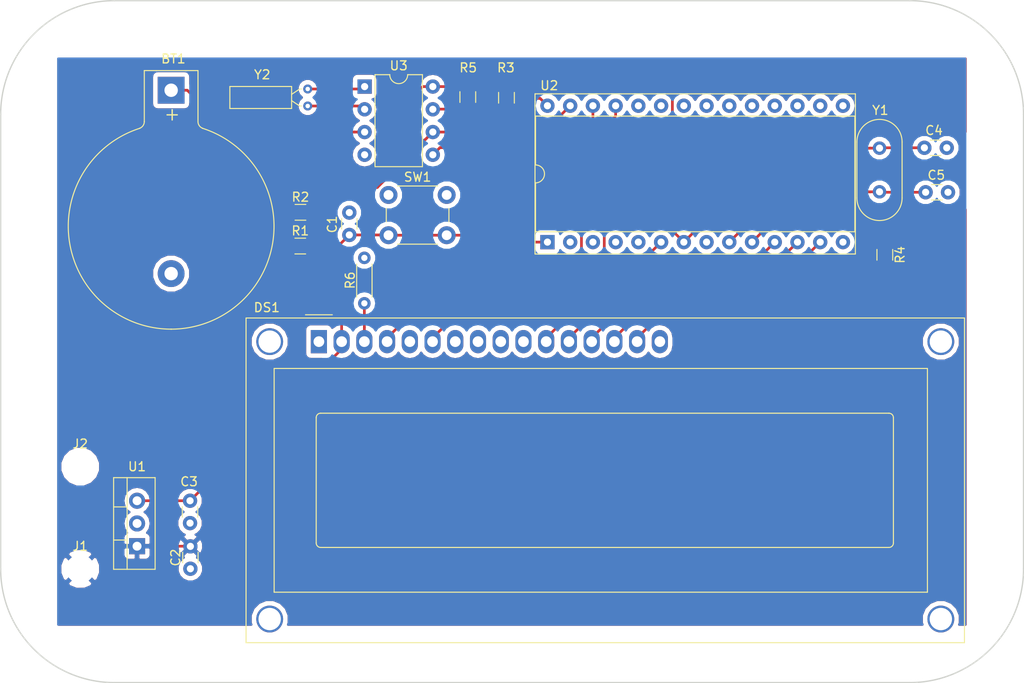
<source format=kicad_pcb>
(kicad_pcb (version 4) (host pcbnew 4.0.7)

  (general
    (links 51)
    (no_connects 16)
    (area 76.124999 63.424999 190.575001 139.775001)
    (thickness 1.6)
    (drawings 8)
    (tracks 132)
    (zones 0)
    (modules 21)
    (nets 39)
  )

  (page A4)
  (title_block
    (title Clock_LCD)
    (date 2018-06-05)
    (rev V1.0)
    (company "Ventspils Augstskola")
    (comment 1 "Ernests Bredikis")
    (comment 2 Autors:)
    (comment 3 PCB_KiCAD_course)
  )

  (layers
    (0 F.Cu signal)
    (31 B.Cu signal)
    (36 B.SilkS user)
    (37 F.SilkS user)
    (38 B.Mask user)
    (39 F.Mask user)
    (44 Edge.Cuts user)
  )

  (setup
    (last_trace_width 0.300387)
    (trace_clearance 0.2)
    (zone_clearance 0.508)
    (zone_45_only no)
    (trace_min 0.2)
    (segment_width 0.2)
    (edge_width 0.15)
    (via_size 0.6)
    (via_drill 0.4)
    (via_min_size 0.4)
    (via_min_drill 0.3)
    (uvia_size 0.3)
    (uvia_drill 0.1)
    (uvias_allowed no)
    (uvia_min_size 0.2)
    (uvia_min_drill 0.1)
    (pcb_text_width 0.3)
    (pcb_text_size 1.5 1.5)
    (mod_edge_width 0.15)
    (mod_text_size 1 1)
    (mod_text_width 0.15)
    (pad_size 1.524 1.524)
    (pad_drill 0.762)
    (pad_to_mask_clearance 0.2)
    (aux_axis_origin 0 0)
    (visible_elements 7FFFEFFF)
    (pcbplotparams
      (layerselection 0x010f0_80000001)
      (usegerberextensions false)
      (excludeedgelayer true)
      (linewidth 0.100000)
      (plotframeref false)
      (viasonmask false)
      (mode 1)
      (useauxorigin false)
      (hpglpennumber 1)
      (hpglpenspeed 20)
      (hpglpendiameter 15)
      (hpglpenoverlay 2)
      (psnegative false)
      (psa4output false)
      (plotreference true)
      (plotvalue false)
      (plotinvisibletext false)
      (padsonsilk false)
      (subtractmaskfromsilk false)
      (outputformat 1)
      (mirror false)
      (drillshape 0)
      (scaleselection 1)
      (outputdirectory SVG/))
  )

  (net 0 "")
  (net 1 GND)
  (net 2 +3V)
  (net 3 RESET)
  (net 4 +9V)
  (net 5 VCC)
  (net 6 "Net-(C4-Pad2)")
  (net 7 "Net-(C5-Pad2)")
  (net 8 "Net-(DS1-Pad3)")
  (net 9 "Net-(DS1-Pad4)")
  (net 10 "Net-(DS1-Pad6)")
  (net 11 "Net-(DS1-Pad7)")
  (net 12 "Net-(DS1-Pad8)")
  (net 13 "Net-(DS1-Pad9)")
  (net 14 "Net-(DS1-Pad10)")
  (net 15 "Net-(DS1-Pad11)")
  (net 16 "Net-(DS1-Pad12)")
  (net 17 "Net-(DS1-Pad13)")
  (net 18 "Net-(DS1-Pad14)")
  (net 19 "Net-(DS1-Pad15)")
  (net 20 "Net-(R2-Pad2)")
  (net 21 "Net-(R3-Pad2)")
  (net 22 "Net-(R5-Pad2)")
  (net 23 "Net-(U2-Pad15)")
  (net 24 "Net-(U2-Pad2)")
  (net 25 "Net-(U2-Pad16)")
  (net 26 "Net-(U2-Pad3)")
  (net 27 "Net-(U2-Pad17)")
  (net 28 "Net-(U2-Pad4)")
  (net 29 "Net-(U2-Pad18)")
  (net 30 "Net-(U2-Pad5)")
  (net 31 "Net-(U2-Pad19)")
  (net 32 "Net-(U2-Pad20)")
  (net 33 "Net-(U2-Pad21)")
  (net 34 "Net-(U2-Pad23)")
  (net 35 "Net-(U2-Pad24)")
  (net 36 "Net-(U2-Pad14)")
  (net 37 "Net-(U3-Pad1)")
  (net 38 "Net-(U3-Pad2)")

  (net_class Default "This is the default net class."
    (clearance 0.2)
    (trace_width 0.300387)
    (via_dia 0.6)
    (via_drill 0.4)
    (uvia_dia 0.3)
    (uvia_drill 0.1)
    (add_net +3V)
    (add_net GND)
    (add_net "Net-(C4-Pad2)")
    (add_net "Net-(C5-Pad2)")
    (add_net "Net-(DS1-Pad10)")
    (add_net "Net-(DS1-Pad11)")
    (add_net "Net-(DS1-Pad12)")
    (add_net "Net-(DS1-Pad13)")
    (add_net "Net-(DS1-Pad14)")
    (add_net "Net-(DS1-Pad15)")
    (add_net "Net-(DS1-Pad3)")
    (add_net "Net-(DS1-Pad4)")
    (add_net "Net-(DS1-Pad6)")
    (add_net "Net-(DS1-Pad7)")
    (add_net "Net-(DS1-Pad8)")
    (add_net "Net-(DS1-Pad9)")
    (add_net "Net-(R2-Pad2)")
    (add_net "Net-(R3-Pad2)")
    (add_net "Net-(R5-Pad2)")
    (add_net "Net-(U2-Pad14)")
    (add_net "Net-(U2-Pad15)")
    (add_net "Net-(U2-Pad16)")
    (add_net "Net-(U2-Pad17)")
    (add_net "Net-(U2-Pad18)")
    (add_net "Net-(U2-Pad19)")
    (add_net "Net-(U2-Pad2)")
    (add_net "Net-(U2-Pad20)")
    (add_net "Net-(U2-Pad21)")
    (add_net "Net-(U2-Pad23)")
    (add_net "Net-(U2-Pad24)")
    (add_net "Net-(U2-Pad3)")
    (add_net "Net-(U2-Pad4)")
    (add_net "Net-(U2-Pad5)")
    (add_net "Net-(U3-Pad1)")
    (add_net "Net-(U3-Pad2)")
    (add_net RESET)
    (add_net VCC)
  )

  (net_class +9V ""
    (clearance 0.2)
    (trace_width 0.300387)
    (via_dia 0.6)
    (via_drill 0.4)
    (uvia_dia 0.3)
    (uvia_drill 0.1)
    (add_net +9V)
  )

  (module Displays:WC1602A (layer F.Cu) (tedit 5958D986) (tstamp 5AEEC29D)
    (at 111.76 101.6)
    (descr "LCD 16x2 http://www.wincomlcd.com/pdf/WC1602A-SFYLYHTC06.pdf")
    (tags "LCD 16x2 Alphanumeric 16pin")
    (path /5A9D92D0)
    (fp_text reference DS1 (at -5.82 -3.81) (layer F.SilkS)
      (effects (font (size 1 1) (thickness 0.15)))
    )
    (fp_text value WC1602A (at -4.31 34.66) (layer F.Fab)
      (effects (font (size 1 1) (thickness 0.15)))
    )
    (fp_line (start -8.14 33.64) (end 72.14 33.64) (layer F.SilkS) (width 0.12))
    (fp_line (start 72.14 33.64) (end 72.14 -2.64) (layer F.SilkS) (width 0.12))
    (fp_line (start 72.14 -2.64) (end -7.34 -2.64) (layer F.SilkS) (width 0.12))
    (fp_line (start -8.14 -2.64) (end -8.14 33.64) (layer F.SilkS) (width 0.12))
    (fp_line (start -8.13 -2.64) (end -7.34 -2.64) (layer F.SilkS) (width 0.12))
    (fp_line (start -8.25 -2.75) (end -8.25 33.75) (layer F.CrtYd) (width 0.05))
    (fp_line (start -8.25 33.75) (end 72.25 33.75) (layer F.CrtYd) (width 0.05))
    (fp_line (start 72.25 -2.75) (end 72.25 33.75) (layer F.CrtYd) (width 0.05))
    (fp_line (start -1.5 -3) (end 1.5 -3) (layer F.SilkS) (width 0.12))
    (fp_line (start -8.25 -2.75) (end 72.25 -2.75) (layer F.CrtYd) (width 0.05))
    (fp_line (start 1 -2.5) (end 0 -1.5) (layer F.Fab) (width 0.1))
    (fp_line (start 0 -1.5) (end -1 -2.5) (layer F.Fab) (width 0.1))
    (fp_line (start -1 -2.5) (end -8 -2.5) (layer F.Fab) (width 0.1))
    (fp_text user %R (at 30.37 14.74) (layer F.Fab)
      (effects (font (size 1 1) (thickness 0.1)))
    )
    (fp_line (start 0.2 8) (end 63.7 8) (layer F.SilkS) (width 0.12))
    (fp_line (start -0.29972 22.49932) (end -0.29972 8.5) (layer F.SilkS) (width 0.12))
    (fp_line (start 63.70066 23) (end 0.2 23) (layer F.SilkS) (width 0.12))
    (fp_line (start 64.2 8.5) (end 64.2 22.5) (layer F.SilkS) (width 0.12))
    (fp_arc (start 63.7 8.5) (end 63.7 8) (angle 90) (layer F.SilkS) (width 0.12))
    (fp_arc (start 63.70066 22.49932) (end 64.20104 22.49932) (angle 90) (layer F.SilkS) (width 0.12))
    (fp_arc (start 0.20066 22.49932) (end 0.20066 22.9997) (angle 90) (layer F.SilkS) (width 0.12))
    (fp_arc (start 0.20066 8.49884) (end -0.29972 8.49884) (angle 90) (layer F.SilkS) (width 0.12))
    (fp_line (start -5 3) (end 68 3) (layer F.SilkS) (width 0.12))
    (fp_line (start 68 3) (end 68 28) (layer F.SilkS) (width 0.12))
    (fp_line (start 68 28) (end -5 28) (layer F.SilkS) (width 0.12))
    (fp_line (start -5 28) (end -5 3) (layer F.SilkS) (width 0.12))
    (fp_line (start 1 -2.5) (end 72 -2.5) (layer F.Fab) (width 0.1))
    (fp_line (start 72 -2.5) (end 72 33.5) (layer F.Fab) (width 0.1))
    (fp_line (start 72 33.5) (end -8 33.5) (layer F.Fab) (width 0.1))
    (fp_line (start -8 33.5) (end -8 -2.5) (layer F.Fab) (width 0.1))
    (pad 1 thru_hole rect (at 0 0) (size 1.8 2.6) (drill 1.2) (layers *.Cu *.Mask)
      (net 1 GND))
    (pad 2 thru_hole oval (at 2.54 0) (size 1.8 2.6) (drill 1.2) (layers *.Cu *.Mask)
      (net 5 VCC))
    (pad 3 thru_hole oval (at 5.08 0) (size 1.8 2.6) (drill 1.2) (layers *.Cu *.Mask)
      (net 8 "Net-(DS1-Pad3)"))
    (pad 4 thru_hole oval (at 7.62 0) (size 1.8 2.6) (drill 1.2) (layers *.Cu *.Mask)
      (net 9 "Net-(DS1-Pad4)"))
    (pad 5 thru_hole oval (at 10.16 0) (size 1.8 2.6) (drill 1.2) (layers *.Cu *.Mask)
      (net 1 GND))
    (pad 6 thru_hole oval (at 12.7 0) (size 1.8 2.6) (drill 1.2) (layers *.Cu *.Mask)
      (net 10 "Net-(DS1-Pad6)"))
    (pad 7 thru_hole oval (at 15.24 0) (size 1.8 2.6) (drill 1.2) (layers *.Cu *.Mask)
      (net 11 "Net-(DS1-Pad7)"))
    (pad 8 thru_hole oval (at 17.78 0) (size 1.8 2.6) (drill 1.2) (layers *.Cu *.Mask)
      (net 12 "Net-(DS1-Pad8)"))
    (pad 9 thru_hole oval (at 20.32 0) (size 1.8 2.6) (drill 1.2) (layers *.Cu *.Mask)
      (net 13 "Net-(DS1-Pad9)"))
    (pad 10 thru_hole oval (at 22.86 0) (size 1.8 2.6) (drill 1.2) (layers *.Cu *.Mask)
      (net 14 "Net-(DS1-Pad10)"))
    (pad 11 thru_hole oval (at 25.4 0) (size 1.8 2.6) (drill 1.2) (layers *.Cu *.Mask)
      (net 15 "Net-(DS1-Pad11)"))
    (pad 12 thru_hole oval (at 27.94 0) (size 1.8 2.6) (drill 1.2) (layers *.Cu *.Mask)
      (net 16 "Net-(DS1-Pad12)"))
    (pad 13 thru_hole oval (at 30.48 0) (size 1.8 2.6) (drill 1.2) (layers *.Cu *.Mask)
      (net 17 "Net-(DS1-Pad13)"))
    (pad 14 thru_hole oval (at 33.02 0) (size 1.8 2.6) (drill 1.2) (layers *.Cu *.Mask)
      (net 18 "Net-(DS1-Pad14)"))
    (pad 15 thru_hole oval (at 35.56 0) (size 1.8 2.6) (drill 1.2) (layers *.Cu *.Mask)
      (net 19 "Net-(DS1-Pad15)"))
    (pad 16 thru_hole oval (at 38.1 0) (size 1.8 2.6) (drill 1.2) (layers *.Cu *.Mask)
      (net 1 GND))
    (pad "" thru_hole circle (at -5.4991 0) (size 3 3) (drill 2.5) (layers *.Cu *.Mask))
    (pad "" thru_hole circle (at -5.4991 31.0007) (size 3 3) (drill 2.5) (layers *.Cu *.Mask))
    (pad "" thru_hole circle (at 69.49948 31.0007) (size 3 3) (drill 2.5) (layers *.Cu *.Mask))
    (pad "" thru_hole circle (at 69.5 0) (size 3 3) (drill 2.5) (layers *.Cu *.Mask))
    (model ${KISYS3DMOD}/Displays.3dshapes/WC1602A.wrl
      (at (xyz 0 0 0))
      (scale (xyz 1 1 1))
      (rotate (xyz 0 0 0))
    )
  )

  (module Capacitors_THT:C_Disc_D3.0mm_W1.6mm_P2.50mm (layer F.Cu) (tedit 597BC7C2) (tstamp 5B1792C0)
    (at 97.36 119.38 270)
    (descr "C, Disc series, Radial, pin pitch=2.50mm, , diameter*width=3.0*1.6mm^2, Capacitor, http://www.vishay.com/docs/45233/krseries.pdf")
    (tags "C Disc series Radial pin pitch 2.50mm  diameter 3.0mm width 1.6mm Capacitor")
    (path /5A9D74E5)
    (fp_text reference C3 (at -2.13 0.11 360) (layer F.SilkS)
      (effects (font (size 1 1) (thickness 0.15)))
    )
    (fp_text value 100nF (at 1.25 2.11 270) (layer F.Fab)
      (effects (font (size 1 1) (thickness 0.15)))
    )
    (fp_line (start -0.25 -0.8) (end -0.25 0.8) (layer F.Fab) (width 0.1))
    (fp_line (start -0.25 0.8) (end 2.75 0.8) (layer F.Fab) (width 0.1))
    (fp_line (start 2.75 0.8) (end 2.75 -0.8) (layer F.Fab) (width 0.1))
    (fp_line (start 2.75 -0.8) (end -0.25 -0.8) (layer F.Fab) (width 0.1))
    (fp_line (start 0.663 -0.861) (end 1.837 -0.861) (layer F.SilkS) (width 0.12))
    (fp_line (start 0.663 0.861) (end 1.837 0.861) (layer F.SilkS) (width 0.12))
    (fp_line (start -1.05 -1.15) (end -1.05 1.15) (layer F.CrtYd) (width 0.05))
    (fp_line (start -1.05 1.15) (end 3.55 1.15) (layer F.CrtYd) (width 0.05))
    (fp_line (start 3.55 1.15) (end 3.55 -1.15) (layer F.CrtYd) (width 0.05))
    (fp_line (start 3.55 -1.15) (end -1.05 -1.15) (layer F.CrtYd) (width 0.05))
    (fp_text user %R (at 1.25 0 270) (layer F.Fab)
      (effects (font (size 1 1) (thickness 0.15)))
    )
    (pad 1 thru_hole circle (at 0 0 270) (size 1.6 1.6) (drill 0.8) (layers *.Cu *.Mask)
      (net 5 VCC))
    (pad 2 thru_hole circle (at 2.5 0 270) (size 1.6 1.6) (drill 0.8) (layers *.Cu *.Mask)
      (net 1 GND))
    (model ${KISYS3DMOD}/Capacitors_THT.3dshapes/C_Disc_D3.0mm_W1.6mm_P2.50mm.wrl
      (at (xyz 0 0 0))
      (scale (xyz 1 1 1))
      (rotate (xyz 0 0 0))
    )
  )

  (module Housings_DIP:DIP-28_W15.24mm_Socket (layer F.Cu) (tedit 59C78D6C) (tstamp 5AEEC396)
    (at 137.3 90.48 90)
    (descr "28-lead though-hole mounted DIP package, row spacing 15.24 mm (600 mils), Socket")
    (tags "THT DIP DIL PDIP 2.54mm 15.24mm 600mil Socket")
    (path /5A9D21A3)
    (fp_text reference U2 (at 17.49 0.2 180) (layer F.SilkS)
      (effects (font (size 1 1) (thickness 0.15)))
    )
    (fp_text value ATMEGA328P-PU (at 7.62 35.35 90) (layer F.Fab)
      (effects (font (size 1 1) (thickness 0.15)))
    )
    (fp_arc (start 7.62 -1.33) (end 6.62 -1.33) (angle -180) (layer F.SilkS) (width 0.12))
    (fp_line (start 1.255 -1.27) (end 14.985 -1.27) (layer F.Fab) (width 0.1))
    (fp_line (start 14.985 -1.27) (end 14.985 34.29) (layer F.Fab) (width 0.1))
    (fp_line (start 14.985 34.29) (end 0.255 34.29) (layer F.Fab) (width 0.1))
    (fp_line (start 0.255 34.29) (end 0.255 -0.27) (layer F.Fab) (width 0.1))
    (fp_line (start 0.255 -0.27) (end 1.255 -1.27) (layer F.Fab) (width 0.1))
    (fp_line (start -1.27 -1.33) (end -1.27 34.35) (layer F.Fab) (width 0.1))
    (fp_line (start -1.27 34.35) (end 16.51 34.35) (layer F.Fab) (width 0.1))
    (fp_line (start 16.51 34.35) (end 16.51 -1.33) (layer F.Fab) (width 0.1))
    (fp_line (start 16.51 -1.33) (end -1.27 -1.33) (layer F.Fab) (width 0.1))
    (fp_line (start 6.62 -1.33) (end 1.16 -1.33) (layer F.SilkS) (width 0.12))
    (fp_line (start 1.16 -1.33) (end 1.16 34.35) (layer F.SilkS) (width 0.12))
    (fp_line (start 1.16 34.35) (end 14.08 34.35) (layer F.SilkS) (width 0.12))
    (fp_line (start 14.08 34.35) (end 14.08 -1.33) (layer F.SilkS) (width 0.12))
    (fp_line (start 14.08 -1.33) (end 8.62 -1.33) (layer F.SilkS) (width 0.12))
    (fp_line (start -1.33 -1.39) (end -1.33 34.41) (layer F.SilkS) (width 0.12))
    (fp_line (start -1.33 34.41) (end 16.57 34.41) (layer F.SilkS) (width 0.12))
    (fp_line (start 16.57 34.41) (end 16.57 -1.39) (layer F.SilkS) (width 0.12))
    (fp_line (start 16.57 -1.39) (end -1.33 -1.39) (layer F.SilkS) (width 0.12))
    (fp_line (start -1.55 -1.6) (end -1.55 34.65) (layer F.CrtYd) (width 0.05))
    (fp_line (start -1.55 34.65) (end 16.8 34.65) (layer F.CrtYd) (width 0.05))
    (fp_line (start 16.8 34.65) (end 16.8 -1.6) (layer F.CrtYd) (width 0.05))
    (fp_line (start 16.8 -1.6) (end -1.55 -1.6) (layer F.CrtYd) (width 0.05))
    (fp_text user %R (at 7.62 16.51 90) (layer F.Fab)
      (effects (font (size 1 1) (thickness 0.15)))
    )
    (pad 1 thru_hole rect (at 0 0 90) (size 1.6 1.6) (drill 0.8) (layers *.Cu *.Mask)
      (net 3 RESET))
    (pad 15 thru_hole oval (at 15.24 33.02 90) (size 1.6 1.6) (drill 0.8) (layers *.Cu *.Mask)
      (net 23 "Net-(U2-Pad15)"))
    (pad 2 thru_hole oval (at 0 2.54 90) (size 1.6 1.6) (drill 0.8) (layers *.Cu *.Mask)
      (net 24 "Net-(U2-Pad2)"))
    (pad 16 thru_hole oval (at 15.24 30.48 90) (size 1.6 1.6) (drill 0.8) (layers *.Cu *.Mask)
      (net 25 "Net-(U2-Pad16)"))
    (pad 3 thru_hole oval (at 0 5.08 90) (size 1.6 1.6) (drill 0.8) (layers *.Cu *.Mask)
      (net 26 "Net-(U2-Pad3)"))
    (pad 17 thru_hole oval (at 15.24 27.94 90) (size 1.6 1.6) (drill 0.8) (layers *.Cu *.Mask)
      (net 27 "Net-(U2-Pad17)"))
    (pad 4 thru_hole oval (at 0 7.62 90) (size 1.6 1.6) (drill 0.8) (layers *.Cu *.Mask)
      (net 28 "Net-(U2-Pad4)"))
    (pad 18 thru_hole oval (at 15.24 25.4 90) (size 1.6 1.6) (drill 0.8) (layers *.Cu *.Mask)
      (net 29 "Net-(U2-Pad18)"))
    (pad 5 thru_hole oval (at 0 10.16 90) (size 1.6 1.6) (drill 0.8) (layers *.Cu *.Mask)
      (net 30 "Net-(U2-Pad5)"))
    (pad 19 thru_hole oval (at 15.24 22.86 90) (size 1.6 1.6) (drill 0.8) (layers *.Cu *.Mask)
      (net 31 "Net-(U2-Pad19)"))
    (pad 6 thru_hole oval (at 0 12.7 90) (size 1.6 1.6) (drill 0.8) (layers *.Cu *.Mask)
      (net 15 "Net-(DS1-Pad11)"))
    (pad 20 thru_hole oval (at 15.24 20.32 90) (size 1.6 1.6) (drill 0.8) (layers *.Cu *.Mask)
      (net 32 "Net-(U2-Pad20)"))
    (pad 7 thru_hole oval (at 0 15.24 90) (size 1.6 1.6) (drill 0.8) (layers *.Cu *.Mask)
      (net 5 VCC))
    (pad 21 thru_hole oval (at 15.24 17.78 90) (size 1.6 1.6) (drill 0.8) (layers *.Cu *.Mask)
      (net 33 "Net-(U2-Pad21)"))
    (pad 8 thru_hole oval (at 0 17.78 90) (size 1.6 1.6) (drill 0.8) (layers *.Cu *.Mask)
      (net 1 GND))
    (pad 22 thru_hole oval (at 15.24 15.24 90) (size 1.6 1.6) (drill 0.8) (layers *.Cu *.Mask)
      (net 1 GND))
    (pad 9 thru_hole oval (at 0 20.32 90) (size 1.6 1.6) (drill 0.8) (layers *.Cu *.Mask)
      (net 6 "Net-(C4-Pad2)"))
    (pad 23 thru_hole oval (at 15.24 12.7 90) (size 1.6 1.6) (drill 0.8) (layers *.Cu *.Mask)
      (net 34 "Net-(U2-Pad23)"))
    (pad 10 thru_hole oval (at 0 22.86 90) (size 1.6 1.6) (drill 0.8) (layers *.Cu *.Mask)
      (net 7 "Net-(C5-Pad2)"))
    (pad 24 thru_hole oval (at 15.24 10.16 90) (size 1.6 1.6) (drill 0.8) (layers *.Cu *.Mask)
      (net 35 "Net-(U2-Pad24)"))
    (pad 11 thru_hole oval (at 0 25.4 90) (size 1.6 1.6) (drill 0.8) (layers *.Cu *.Mask)
      (net 16 "Net-(DS1-Pad12)"))
    (pad 25 thru_hole oval (at 15.24 7.62 90) (size 1.6 1.6) (drill 0.8) (layers *.Cu *.Mask)
      (net 10 "Net-(DS1-Pad6)"))
    (pad 12 thru_hole oval (at 0 27.94 90) (size 1.6 1.6) (drill 0.8) (layers *.Cu *.Mask)
      (net 17 "Net-(DS1-Pad13)"))
    (pad 26 thru_hole oval (at 15.24 5.08 90) (size 1.6 1.6) (drill 0.8) (layers *.Cu *.Mask)
      (net 9 "Net-(DS1-Pad4)"))
    (pad 13 thru_hole oval (at 0 30.48 90) (size 1.6 1.6) (drill 0.8) (layers *.Cu *.Mask)
      (net 18 "Net-(DS1-Pad14)"))
    (pad 27 thru_hole oval (at 15.24 2.54 90) (size 1.6 1.6) (drill 0.8) (layers *.Cu *.Mask)
      (net 21 "Net-(R3-Pad2)"))
    (pad 14 thru_hole oval (at 0 33.02 90) (size 1.6 1.6) (drill 0.8) (layers *.Cu *.Mask)
      (net 36 "Net-(U2-Pad14)"))
    (pad 28 thru_hole oval (at 15.24 0 90) (size 1.6 1.6) (drill 0.8) (layers *.Cu *.Mask)
      (net 20 "Net-(R2-Pad2)"))
    (model ${KISYS3DMOD}/Housings_DIP.3dshapes/DIP-28_W15.24mm_Socket.wrl
      (at (xyz 0 0 0))
      (scale (xyz 1 1 1))
      (rotate (xyz 0 0 0))
    )
  )

  (module Crystals:Crystal_HC49-U_Vertical (layer F.Cu) (tedit 58CD2E9C) (tstamp 5AEEC3C9)
    (at 174.405086 84.858936 90)
    (descr "Crystal THT HC-49/U http://5hertz.com/pdfs/04404_D.pdf")
    (tags "THT crystalHC-49/U")
    (path /5A9D5691)
    (fp_text reference Y1 (at 9.108936 0.094914 180) (layer F.SilkS)
      (effects (font (size 1 1) (thickness 0.15)))
    )
    (fp_text value 16MHz (at 2.44 3.525 90) (layer F.Fab)
      (effects (font (size 1 1) (thickness 0.15)))
    )
    (fp_text user %R (at 2.44 0 90) (layer F.Fab)
      (effects (font (size 1 1) (thickness 0.15)))
    )
    (fp_line (start -0.685 -2.325) (end 5.565 -2.325) (layer F.Fab) (width 0.1))
    (fp_line (start -0.685 2.325) (end 5.565 2.325) (layer F.Fab) (width 0.1))
    (fp_line (start -0.56 -2) (end 5.44 -2) (layer F.Fab) (width 0.1))
    (fp_line (start -0.56 2) (end 5.44 2) (layer F.Fab) (width 0.1))
    (fp_line (start -0.685 -2.525) (end 5.565 -2.525) (layer F.SilkS) (width 0.12))
    (fp_line (start -0.685 2.525) (end 5.565 2.525) (layer F.SilkS) (width 0.12))
    (fp_line (start -3.5 -2.8) (end -3.5 2.8) (layer F.CrtYd) (width 0.05))
    (fp_line (start -3.5 2.8) (end 8.4 2.8) (layer F.CrtYd) (width 0.05))
    (fp_line (start 8.4 2.8) (end 8.4 -2.8) (layer F.CrtYd) (width 0.05))
    (fp_line (start 8.4 -2.8) (end -3.5 -2.8) (layer F.CrtYd) (width 0.05))
    (fp_arc (start -0.685 0) (end -0.685 -2.325) (angle -180) (layer F.Fab) (width 0.1))
    (fp_arc (start 5.565 0) (end 5.565 -2.325) (angle 180) (layer F.Fab) (width 0.1))
    (fp_arc (start -0.56 0) (end -0.56 -2) (angle -180) (layer F.Fab) (width 0.1))
    (fp_arc (start 5.44 0) (end 5.44 -2) (angle 180) (layer F.Fab) (width 0.1))
    (fp_arc (start -0.685 0) (end -0.685 -2.525) (angle -180) (layer F.SilkS) (width 0.12))
    (fp_arc (start 5.565 0) (end 5.565 -2.525) (angle 180) (layer F.SilkS) (width 0.12))
    (pad 1 thru_hole circle (at 0 0 90) (size 1.5 1.5) (drill 0.8) (layers *.Cu *.Mask)
      (net 7 "Net-(C5-Pad2)"))
    (pad 2 thru_hole circle (at 4.88 0 90) (size 1.5 1.5) (drill 0.8) (layers *.Cu *.Mask)
      (net 6 "Net-(C4-Pad2)"))
    (model ${KISYS3DMOD}/Crystals.3dshapes/Crystal_HC49-U_Vertical.wrl
      (at (xyz 0 0 0))
      (scale (xyz 0.393701 0.393701 0.393701))
      (rotate (xyz 0 0 0))
    )
  )

  (module Mounting_Holes:MountingHole_3.2mm_M3 (layer F.Cu) (tedit 56D1B4CB) (tstamp 5AEEC2A5)
    (at 85.09 127)
    (descr "Mounting Hole 3.2mm, no annular, M3")
    (tags "mounting hole 3.2mm no annular m3")
    (path /5AEEBDEE)
    (attr virtual)
    (fp_text reference J1 (at 0 -2.54) (layer F.SilkS)
      (effects (font (size 1 1) (thickness 0.15)))
    )
    (fp_text value Conn_01x01 (at 0 4.2) (layer F.Fab)
      (effects (font (size 1 1) (thickness 0.15)))
    )
    (fp_text user %R (at 0.3 0) (layer F.Fab)
      (effects (font (size 1 1) (thickness 0.15)))
    )
    (fp_circle (center 0 0) (end 3.2 0) (layer Cmts.User) (width 0.15))
    (fp_circle (center 0 0) (end 3.45 0) (layer F.CrtYd) (width 0.05))
    (pad 1 np_thru_hole circle (at 0 0) (size 3.2 3.2) (drill 3.2) (layers *.Cu *.Mask)
      (net 4 +9V))
  )

  (module Battery_Holders:Keystone_103_1x20mm-CoinCell (layer F.Cu) (tedit 5787C32C) (tstamp 5AEEC212)
    (at 95.25 73.51 270)
    (descr http://www.keyelco.com/product-pdf.cfm?p=719)
    (tags "Keystone type 103 battery holder")
    (path /5AC22C95)
    (fp_text reference BT1 (at -3.51 -0.25 360) (layer F.SilkS)
      (effects (font (size 1 1) (thickness 0.15)))
    )
    (fp_text value Battery_Cell (at 15 13 270) (layer F.Fab)
      (effects (font (size 1 1) (thickness 0.15)))
    )
    (fp_text user + (at 2.75 0 270) (layer F.SilkS)
      (effects (font (size 1.5 1.5) (thickness 0.15)))
    )
    (fp_arc (start 15.2 0) (end 4.015 3.6) (angle -162.5) (layer F.CrtYd) (width 0.05))
    (fp_arc (start 15.2 0) (end 4.015 -3.6) (angle 162.5) (layer F.CrtYd) (width 0.05))
    (fp_arc (start 3.5 3.8) (end 3.5 3.25) (angle 70) (layer F.CrtYd) (width 0.05))
    (fp_arc (start 3.5 -3.8) (end 3.5 -3.25) (angle -70) (layer F.CrtYd) (width 0.05))
    (fp_arc (start 15.2 0) (end 4.25 3.5) (angle -162.5) (layer F.SilkS) (width 0.12))
    (fp_arc (start 3.5 3.8) (end 3.5 3) (angle 70) (layer F.SilkS) (width 0.12))
    (fp_arc (start 15.2 0) (end 4.25 -3.5) (angle 162.5) (layer F.SilkS) (width 0.12))
    (fp_arc (start 3.5 -3.8) (end 3.5 -3) (angle -70) (layer F.SilkS) (width 0.12))
    (fp_arc (start 3.5 3.8) (end 3.5 2.9) (angle 70) (layer F.Fab) (width 0.1))
    (fp_arc (start 15.2 0) (end 4.35 3.5) (angle -162.5) (layer F.Fab) (width 0.1))
    (fp_arc (start 15.2 0) (end 4.35 -3.5) (angle 162.5) (layer F.Fab) (width 0.1))
    (fp_arc (start 15.2 0) (end 5.2 1.3) (angle -180) (layer F.Fab) (width 0.1))
    (fp_line (start -2.45 -3.25) (end 3.5 -3.25) (layer F.CrtYd) (width 0.05))
    (fp_line (start -2.45 3.25) (end 3.5 3.25) (layer F.CrtYd) (width 0.05))
    (fp_line (start -2.45 3.25) (end -2.45 -3.25) (layer F.CrtYd) (width 0.05))
    (fp_line (start -2.2 -3) (end 3.5 -3) (layer F.SilkS) (width 0.12))
    (fp_line (start -2.2 3) (end -2.2 -3) (layer F.SilkS) (width 0.12))
    (fp_line (start -2.2 3) (end 3.5 3) (layer F.SilkS) (width 0.12))
    (fp_arc (start 15.2 0) (end 9 1.3) (angle -170) (layer F.Fab) (width 0.1))
    (fp_arc (start 15.2 0) (end 13.3 1.3) (angle -150) (layer F.Fab) (width 0.1))
    (fp_line (start 23.5712 7.7216) (end 22.6568 6.8834) (layer F.Fab) (width 0.1))
    (fp_line (start 23.5712 -7.7216) (end 22.6314 -6.858) (layer F.Fab) (width 0.1))
    (fp_arc (start 15.2 0) (end 13.3 -1.3) (angle 150) (layer F.Fab) (width 0.1))
    (fp_arc (start 15.2 0) (end 9 -1.3) (angle 170) (layer F.Fab) (width 0.1))
    (fp_arc (start 15.2 0) (end 5.2 -1.3) (angle 180) (layer F.Fab) (width 0.1))
    (fp_line (start 3.5306 -2.9) (end -1.7 -2.9) (layer F.Fab) (width 0.1))
    (fp_line (start -1.7 2.9) (end 3.5306 2.9) (layer F.Fab) (width 0.1))
    (fp_line (start -2.1 -2.5) (end -2.1 2.5) (layer F.Fab) (width 0.1))
    (fp_line (start 0 1.3) (end 16.2 1.3) (layer F.Fab) (width 0.1))
    (fp_line (start 16.2 -1.3) (end 0 -1.3) (layer F.Fab) (width 0.1))
    (fp_arc (start 3.5 -3.8) (end 3.5 -2.9) (angle -70) (layer F.Fab) (width 0.1))
    (fp_arc (start 16.2 0) (end 16.2 -1.3) (angle 180) (layer F.Fab) (width 0.1))
    (fp_line (start 0 -1.3) (end 0 1.3) (layer F.Fab) (width 0.1))
    (fp_arc (start -1.7 2.5) (end -2.1 2.5) (angle -90) (layer F.Fab) (width 0.1))
    (fp_arc (start -1.7 -2.5) (end -2.1 -2.5) (angle 90) (layer F.Fab) (width 0.1))
    (pad 2 thru_hole circle (at 20.49 0 270) (size 3 3) (drill 1.5) (layers *.Cu *.Mask)
      (net 1 GND))
    (pad 1 thru_hole rect (at 0 0 270) (size 3 3) (drill 1.5) (layers *.Cu *.Mask)
      (net 2 +3V))
    (model Battery_Holders.3dshapes/Keystone_103_1x20mm-CoinCell.wrl
      (at (xyz 0.6 0 0))
      (scale (xyz 1 1 1))
      (rotate (xyz 0 0 180))
    )
  )

  (module Mounting_Holes:MountingHole_3.2mm_M3 (layer F.Cu) (tedit 56D1B4CB) (tstamp 5AEEC2AD)
    (at 85.09 115.57)
    (descr "Mounting Hole 3.2mm, no annular, M3")
    (tags "mounting hole 3.2mm no annular m3")
    (path /5AEEBE4B)
    (attr virtual)
    (fp_text reference J2 (at 0 -2.54) (layer F.SilkS)
      (effects (font (size 1 1) (thickness 0.15)))
    )
    (fp_text value Conn_01x01 (at 0 4.2) (layer F.Fab)
      (effects (font (size 1 1) (thickness 0.15)))
    )
    (fp_text user %R (at 0.3 0) (layer F.Fab)
      (effects (font (size 1 1) (thickness 0.15)))
    )
    (fp_circle (center 0 0) (end 3.2 0) (layer Cmts.User) (width 0.15))
    (fp_circle (center 0 0) (end 3.45 0) (layer F.CrtYd) (width 0.05))
    (pad 1 np_thru_hole circle (at 0 0) (size 3.2 3.2) (drill 3.2) (layers *.Cu *.Mask)
      (net 1 GND))
  )

  (module Resistors_SMD:R_0805_HandSoldering (layer F.Cu) (tedit 58E0A804) (tstamp 5AEEC2BE)
    (at 109.68 90.92)
    (descr "Resistor SMD 0805, hand soldering")
    (tags "resistor 0805")
    (path /5A9D7BD1)
    (attr smd)
    (fp_text reference R1 (at 0 -1.7) (layer F.SilkS)
      (effects (font (size 1 1) (thickness 0.15)))
    )
    (fp_text value 10k (at 0 1.75) (layer F.Fab)
      (effects (font (size 1 1) (thickness 0.15)))
    )
    (fp_text user %R (at 0 0) (layer F.Fab)
      (effects (font (size 0.5 0.5) (thickness 0.075)))
    )
    (fp_line (start -1 0.62) (end -1 -0.62) (layer F.Fab) (width 0.1))
    (fp_line (start 1 0.62) (end -1 0.62) (layer F.Fab) (width 0.1))
    (fp_line (start 1 -0.62) (end 1 0.62) (layer F.Fab) (width 0.1))
    (fp_line (start -1 -0.62) (end 1 -0.62) (layer F.Fab) (width 0.1))
    (fp_line (start 0.6 0.88) (end -0.6 0.88) (layer F.SilkS) (width 0.12))
    (fp_line (start -0.6 -0.88) (end 0.6 -0.88) (layer F.SilkS) (width 0.12))
    (fp_line (start -2.35 -0.9) (end 2.35 -0.9) (layer F.CrtYd) (width 0.05))
    (fp_line (start -2.35 -0.9) (end -2.35 0.9) (layer F.CrtYd) (width 0.05))
    (fp_line (start 2.35 0.9) (end 2.35 -0.9) (layer F.CrtYd) (width 0.05))
    (fp_line (start 2.35 0.9) (end -2.35 0.9) (layer F.CrtYd) (width 0.05))
    (pad 1 smd rect (at -1.35 0) (size 1.5 1.3) (layers F.Cu F.Mask)
      (net 5 VCC))
    (pad 2 smd rect (at 1.35 0) (size 1.5 1.3) (layers F.Cu F.Mask)
      (net 3 RESET))
    (model ${KISYS3DMOD}/Resistors_SMD.3dshapes/R_0805.wrl
      (at (xyz 0 0 0))
      (scale (xyz 1 1 1))
      (rotate (xyz 0 0 0))
    )
  )

  (module Resistors_SMD:R_0805_HandSoldering (layer F.Cu) (tedit 58E0A804) (tstamp 5AEEC2CF)
    (at 109.7 87.15)
    (descr "Resistor SMD 0805, hand soldering")
    (tags "resistor 0805")
    (path /5A9D5EA3)
    (attr smd)
    (fp_text reference R2 (at 0 -1.7) (layer F.SilkS)
      (effects (font (size 1 1) (thickness 0.15)))
    )
    (fp_text value 10k (at 0 1.75) (layer F.Fab)
      (effects (font (size 1 1) (thickness 0.15)))
    )
    (fp_text user %R (at 0 0) (layer F.Fab)
      (effects (font (size 0.5 0.5) (thickness 0.075)))
    )
    (fp_line (start -1 0.62) (end -1 -0.62) (layer F.Fab) (width 0.1))
    (fp_line (start 1 0.62) (end -1 0.62) (layer F.Fab) (width 0.1))
    (fp_line (start 1 -0.62) (end 1 0.62) (layer F.Fab) (width 0.1))
    (fp_line (start -1 -0.62) (end 1 -0.62) (layer F.Fab) (width 0.1))
    (fp_line (start 0.6 0.88) (end -0.6 0.88) (layer F.SilkS) (width 0.12))
    (fp_line (start -0.6 -0.88) (end 0.6 -0.88) (layer F.SilkS) (width 0.12))
    (fp_line (start -2.35 -0.9) (end 2.35 -0.9) (layer F.CrtYd) (width 0.05))
    (fp_line (start -2.35 -0.9) (end -2.35 0.9) (layer F.CrtYd) (width 0.05))
    (fp_line (start 2.35 0.9) (end 2.35 -0.9) (layer F.CrtYd) (width 0.05))
    (fp_line (start 2.35 0.9) (end -2.35 0.9) (layer F.CrtYd) (width 0.05))
    (pad 1 smd rect (at -1.35 0) (size 1.5 1.3) (layers F.Cu F.Mask)
      (net 5 VCC))
    (pad 2 smd rect (at 1.35 0) (size 1.5 1.3) (layers F.Cu F.Mask)
      (net 20 "Net-(R2-Pad2)"))
    (model ${KISYS3DMOD}/Resistors_SMD.3dshapes/R_0805.wrl
      (at (xyz 0 0 0))
      (scale (xyz 1 1 1))
      (rotate (xyz 0 0 0))
    )
  )

  (module Resistors_SMD:R_0805_HandSoldering (layer F.Cu) (tedit 58E0A804) (tstamp 5AEEC2E0)
    (at 132.72 74.35 270)
    (descr "Resistor SMD 0805, hand soldering")
    (tags "resistor 0805")
    (path /5A9D5E48)
    (attr smd)
    (fp_text reference R3 (at -3.35 0.06 360) (layer F.SilkS)
      (effects (font (size 1 1) (thickness 0.15)))
    )
    (fp_text value 10k (at 0 1.75 270) (layer F.Fab)
      (effects (font (size 1 1) (thickness 0.15)))
    )
    (fp_text user %R (at 0 0 270) (layer F.Fab)
      (effects (font (size 0.5 0.5) (thickness 0.075)))
    )
    (fp_line (start -1 0.62) (end -1 -0.62) (layer F.Fab) (width 0.1))
    (fp_line (start 1 0.62) (end -1 0.62) (layer F.Fab) (width 0.1))
    (fp_line (start 1 -0.62) (end 1 0.62) (layer F.Fab) (width 0.1))
    (fp_line (start -1 -0.62) (end 1 -0.62) (layer F.Fab) (width 0.1))
    (fp_line (start 0.6 0.88) (end -0.6 0.88) (layer F.SilkS) (width 0.12))
    (fp_line (start -0.6 -0.88) (end 0.6 -0.88) (layer F.SilkS) (width 0.12))
    (fp_line (start -2.35 -0.9) (end 2.35 -0.9) (layer F.CrtYd) (width 0.05))
    (fp_line (start -2.35 -0.9) (end -2.35 0.9) (layer F.CrtYd) (width 0.05))
    (fp_line (start 2.35 0.9) (end 2.35 -0.9) (layer F.CrtYd) (width 0.05))
    (fp_line (start 2.35 0.9) (end -2.35 0.9) (layer F.CrtYd) (width 0.05))
    (pad 1 smd rect (at -1.35 0 270) (size 1.5 1.3) (layers F.Cu F.Mask)
      (net 5 VCC))
    (pad 2 smd rect (at 1.35 0 270) (size 1.5 1.3) (layers F.Cu F.Mask)
      (net 21 "Net-(R3-Pad2)"))
    (model ${KISYS3DMOD}/Resistors_SMD.3dshapes/R_0805.wrl
      (at (xyz 0 0 0))
      (scale (xyz 1 1 1))
      (rotate (xyz 0 0 0))
    )
  )

  (module Resistors_SMD:R_0805_HandSoldering (layer F.Cu) (tedit 58E0A804) (tstamp 5AEEC302)
    (at 128.4 74.27 270)
    (descr "Resistor SMD 0805, hand soldering")
    (tags "resistor 0805")
    (path /5A9ED216)
    (attr smd)
    (fp_text reference R5 (at -3.27 -0.04 360) (layer F.SilkS)
      (effects (font (size 1 1) (thickness 0.15)))
    )
    (fp_text value 10k (at 0 1.75 270) (layer F.Fab)
      (effects (font (size 1 1) (thickness 0.15)))
    )
    (fp_text user %R (at 0 0 270) (layer F.Fab)
      (effects (font (size 0.5 0.5) (thickness 0.075)))
    )
    (fp_line (start -1 0.62) (end -1 -0.62) (layer F.Fab) (width 0.1))
    (fp_line (start 1 0.62) (end -1 0.62) (layer F.Fab) (width 0.1))
    (fp_line (start 1 -0.62) (end 1 0.62) (layer F.Fab) (width 0.1))
    (fp_line (start -1 -0.62) (end 1 -0.62) (layer F.Fab) (width 0.1))
    (fp_line (start 0.6 0.88) (end -0.6 0.88) (layer F.SilkS) (width 0.12))
    (fp_line (start -0.6 -0.88) (end 0.6 -0.88) (layer F.SilkS) (width 0.12))
    (fp_line (start -2.35 -0.9) (end 2.35 -0.9) (layer F.CrtYd) (width 0.05))
    (fp_line (start -2.35 -0.9) (end -2.35 0.9) (layer F.CrtYd) (width 0.05))
    (fp_line (start 2.35 0.9) (end 2.35 -0.9) (layer F.CrtYd) (width 0.05))
    (fp_line (start 2.35 0.9) (end -2.35 0.9) (layer F.CrtYd) (width 0.05))
    (pad 1 smd rect (at -1.35 0 270) (size 1.5 1.3) (layers F.Cu F.Mask)
      (net 5 VCC))
    (pad 2 smd rect (at 1.35 0 270) (size 1.5 1.3) (layers F.Cu F.Mask)
      (net 22 "Net-(R5-Pad2)"))
    (model ${KISYS3DMOD}/Resistors_SMD.3dshapes/R_0805.wrl
      (at (xyz 0 0 0))
      (scale (xyz 1 1 1))
      (rotate (xyz 0 0 0))
    )
  )

  (module Buttons_Switches_THT:SW_PUSH_6mm_h5mm (layer F.Cu) (tedit 5923F252) (tstamp 5AEEC344)
    (at 119.54 85.21)
    (descr "tactile push button, 6x6mm e.g. PHAP33xx series, height=5mm")
    (tags "tact sw push 6mm")
    (path /5A9D7AC9)
    (fp_text reference SW1 (at 3.25 -2) (layer F.SilkS)
      (effects (font (size 1 1) (thickness 0.15)))
    )
    (fp_text value Reset (at 3.8989 6.7) (layer F.Fab)
      (effects (font (size 1 1) (thickness 0.15)))
    )
    (fp_text user %R (at 3.25 2.25) (layer F.Fab)
      (effects (font (size 1 1) (thickness 0.15)))
    )
    (fp_line (start 3.25 -0.75) (end 6.25 -0.75) (layer F.Fab) (width 0.1))
    (fp_line (start 6.25 -0.75) (end 6.25 5.25) (layer F.Fab) (width 0.1))
    (fp_line (start 6.25 5.25) (end 0.25 5.25) (layer F.Fab) (width 0.1))
    (fp_line (start 0.25 5.25) (end 0.25 -0.75) (layer F.Fab) (width 0.1))
    (fp_line (start 0.25 -0.75) (end 3.25 -0.75) (layer F.Fab) (width 0.1))
    (fp_line (start 7.75 6) (end 8 6) (layer F.CrtYd) (width 0.05))
    (fp_line (start 8 6) (end 8 5.75) (layer F.CrtYd) (width 0.05))
    (fp_line (start 7.75 -1.5) (end 8 -1.5) (layer F.CrtYd) (width 0.05))
    (fp_line (start 8 -1.5) (end 8 -1.25) (layer F.CrtYd) (width 0.05))
    (fp_line (start -1.5 -1.25) (end -1.5 -1.5) (layer F.CrtYd) (width 0.05))
    (fp_line (start -1.5 -1.5) (end -1.25 -1.5) (layer F.CrtYd) (width 0.05))
    (fp_line (start -1.5 5.75) (end -1.5 6) (layer F.CrtYd) (width 0.05))
    (fp_line (start -1.5 6) (end -1.25 6) (layer F.CrtYd) (width 0.05))
    (fp_line (start -1.25 -1.5) (end 7.75 -1.5) (layer F.CrtYd) (width 0.05))
    (fp_line (start -1.5 5.75) (end -1.5 -1.25) (layer F.CrtYd) (width 0.05))
    (fp_line (start 7.75 6) (end -1.25 6) (layer F.CrtYd) (width 0.05))
    (fp_line (start 8 -1.25) (end 8 5.75) (layer F.CrtYd) (width 0.05))
    (fp_line (start 1 5.5) (end 5.5 5.5) (layer F.SilkS) (width 0.12))
    (fp_line (start -0.25 1.5) (end -0.25 3) (layer F.SilkS) (width 0.12))
    (fp_line (start 5.5 -1) (end 1 -1) (layer F.SilkS) (width 0.12))
    (fp_line (start 6.75 3) (end 6.75 1.5) (layer F.SilkS) (width 0.12))
    (fp_circle (center 3.25 2.25) (end 1.25 2.5) (layer F.Fab) (width 0.1))
    (pad 2 thru_hole circle (at 0 4.5 90) (size 2 2) (drill 1.1) (layers *.Cu *.Mask)
      (net 3 RESET))
    (pad 1 thru_hole circle (at 0 0 90) (size 2 2) (drill 1.1) (layers *.Cu *.Mask)
      (net 1 GND))
    (pad 2 thru_hole circle (at 6.5 4.5 90) (size 2 2) (drill 1.1) (layers *.Cu *.Mask)
      (net 3 RESET))
    (pad 1 thru_hole circle (at 6.5 0 90) (size 2 2) (drill 1.1) (layers *.Cu *.Mask)
      (net 1 GND))
    (model ${KISYS3DMOD}/Buttons_Switches_THT.3dshapes/SW_PUSH_6mm_h5mm.wrl
      (at (xyz 0.005 0 0))
      (scale (xyz 0.3937 0.3937 0.3937))
      (rotate (xyz 0 0 0))
    )
  )

  (module TO_SOT_Packages_THT:TO-220-3_Vertical (layer F.Cu) (tedit 58CE52AD) (tstamp 5AEEC35E)
    (at 91.44 124.46 90)
    (descr "TO-220-3, Vertical, RM 2.54mm")
    (tags "TO-220-3 Vertical RM 2.54mm")
    (path /5A9D7119)
    (fp_text reference U1 (at 8.89 0 180) (layer F.SilkS)
      (effects (font (size 1 1) (thickness 0.15)))
    )
    (fp_text value LM7805_TO220 (at 2.54 3.92 90) (layer F.Fab)
      (effects (font (size 1 1) (thickness 0.15)))
    )
    (fp_text user %R (at 2.54 -3.62 90) (layer F.Fab)
      (effects (font (size 1 1) (thickness 0.15)))
    )
    (fp_line (start -2.46 -2.5) (end -2.46 1.9) (layer F.Fab) (width 0.1))
    (fp_line (start -2.46 1.9) (end 7.54 1.9) (layer F.Fab) (width 0.1))
    (fp_line (start 7.54 1.9) (end 7.54 -2.5) (layer F.Fab) (width 0.1))
    (fp_line (start 7.54 -2.5) (end -2.46 -2.5) (layer F.Fab) (width 0.1))
    (fp_line (start -2.46 -1.23) (end 7.54 -1.23) (layer F.Fab) (width 0.1))
    (fp_line (start 0.69 -2.5) (end 0.69 -1.23) (layer F.Fab) (width 0.1))
    (fp_line (start 4.39 -2.5) (end 4.39 -1.23) (layer F.Fab) (width 0.1))
    (fp_line (start -2.58 -2.62) (end 7.66 -2.62) (layer F.SilkS) (width 0.12))
    (fp_line (start -2.58 2.021) (end 7.66 2.021) (layer F.SilkS) (width 0.12))
    (fp_line (start -2.58 -2.62) (end -2.58 2.021) (layer F.SilkS) (width 0.12))
    (fp_line (start 7.66 -2.62) (end 7.66 2.021) (layer F.SilkS) (width 0.12))
    (fp_line (start -2.58 -1.11) (end 7.66 -1.11) (layer F.SilkS) (width 0.12))
    (fp_line (start 0.69 -2.62) (end 0.69 -1.11) (layer F.SilkS) (width 0.12))
    (fp_line (start 4.391 -2.62) (end 4.391 -1.11) (layer F.SilkS) (width 0.12))
    (fp_line (start -2.71 -2.75) (end -2.71 2.16) (layer F.CrtYd) (width 0.05))
    (fp_line (start -2.71 2.16) (end 7.79 2.16) (layer F.CrtYd) (width 0.05))
    (fp_line (start 7.79 2.16) (end 7.79 -2.75) (layer F.CrtYd) (width 0.05))
    (fp_line (start 7.79 -2.75) (end -2.71 -2.75) (layer F.CrtYd) (width 0.05))
    (pad 1 thru_hole rect (at 0 0 90) (size 1.8 1.8) (drill 1) (layers *.Cu *.Mask)
      (net 4 +9V))
    (pad 2 thru_hole oval (at 2.54 0 90) (size 1.8 1.8) (drill 1) (layers *.Cu *.Mask)
      (net 1 GND))
    (pad 3 thru_hole oval (at 5.08 0 90) (size 1.8 1.8) (drill 1) (layers *.Cu *.Mask)
      (net 5 VCC))
    (model ${KISYS3DMOD}/TO_SOT_Packages_THT.3dshapes/TO-220-3_Vertical.wrl
      (at (xyz 0.1 0 0))
      (scale (xyz 0.393701 0.393701 0.393701))
      (rotate (xyz 0 0 0))
    )
  )

  (module Housings_DIP:DIP-8_W7.62mm (layer F.Cu) (tedit 59C78D6B) (tstamp 5AEEC3B2)
    (at 116.87 73.1)
    (descr "8-lead though-hole mounted DIP package, row spacing 7.62 mm (300 mils)")
    (tags "THT DIP DIL PDIP 2.54mm 7.62mm 300mil")
    (path /5A9D4C2E)
    (fp_text reference U3 (at 3.81 -2.33) (layer F.SilkS)
      (effects (font (size 1 1) (thickness 0.15)))
    )
    (fp_text value DS1307+ (at 3.81 9.95) (layer F.Fab)
      (effects (font (size 1 1) (thickness 0.15)))
    )
    (fp_arc (start 3.81 -1.33) (end 2.81 -1.33) (angle -180) (layer F.SilkS) (width 0.12))
    (fp_line (start 1.635 -1.27) (end 6.985 -1.27) (layer F.Fab) (width 0.1))
    (fp_line (start 6.985 -1.27) (end 6.985 8.89) (layer F.Fab) (width 0.1))
    (fp_line (start 6.985 8.89) (end 0.635 8.89) (layer F.Fab) (width 0.1))
    (fp_line (start 0.635 8.89) (end 0.635 -0.27) (layer F.Fab) (width 0.1))
    (fp_line (start 0.635 -0.27) (end 1.635 -1.27) (layer F.Fab) (width 0.1))
    (fp_line (start 2.81 -1.33) (end 1.16 -1.33) (layer F.SilkS) (width 0.12))
    (fp_line (start 1.16 -1.33) (end 1.16 8.95) (layer F.SilkS) (width 0.12))
    (fp_line (start 1.16 8.95) (end 6.46 8.95) (layer F.SilkS) (width 0.12))
    (fp_line (start 6.46 8.95) (end 6.46 -1.33) (layer F.SilkS) (width 0.12))
    (fp_line (start 6.46 -1.33) (end 4.81 -1.33) (layer F.SilkS) (width 0.12))
    (fp_line (start -1.1 -1.55) (end -1.1 9.15) (layer F.CrtYd) (width 0.05))
    (fp_line (start -1.1 9.15) (end 8.7 9.15) (layer F.CrtYd) (width 0.05))
    (fp_line (start 8.7 9.15) (end 8.7 -1.55) (layer F.CrtYd) (width 0.05))
    (fp_line (start 8.7 -1.55) (end -1.1 -1.55) (layer F.CrtYd) (width 0.05))
    (fp_text user %R (at 3.81 3.81) (layer F.Fab)
      (effects (font (size 1 1) (thickness 0.15)))
    )
    (pad 1 thru_hole rect (at 0 0) (size 1.6 1.6) (drill 0.8) (layers *.Cu *.Mask)
      (net 37 "Net-(U3-Pad1)"))
    (pad 5 thru_hole oval (at 7.62 7.62) (size 1.6 1.6) (drill 0.8) (layers *.Cu *.Mask)
      (net 21 "Net-(R3-Pad2)"))
    (pad 2 thru_hole oval (at 0 2.54) (size 1.6 1.6) (drill 0.8) (layers *.Cu *.Mask)
      (net 38 "Net-(U3-Pad2)"))
    (pad 6 thru_hole oval (at 7.62 5.08) (size 1.6 1.6) (drill 0.8) (layers *.Cu *.Mask)
      (net 20 "Net-(R2-Pad2)"))
    (pad 3 thru_hole oval (at 0 5.08) (size 1.6 1.6) (drill 0.8) (layers *.Cu *.Mask)
      (net 2 +3V))
    (pad 7 thru_hole oval (at 7.62 2.54) (size 1.6 1.6) (drill 0.8) (layers *.Cu *.Mask)
      (net 22 "Net-(R5-Pad2)"))
    (pad 4 thru_hole oval (at 0 7.62) (size 1.6 1.6) (drill 0.8) (layers *.Cu *.Mask)
      (net 1 GND))
    (pad 8 thru_hole oval (at 7.62 0) (size 1.6 1.6) (drill 0.8) (layers *.Cu *.Mask)
      (net 5 VCC))
    (model ${KISYS3DMOD}/Housings_DIP.3dshapes/DIP-8_W7.62mm.wrl
      (at (xyz 0 0 0))
      (scale (xyz 1 1 1))
      (rotate (xyz 0 0 0))
    )
  )

  (module Crystals:Crystal_C26-LF_d2.1mm_l6.5mm_Horizontal (layer F.Cu) (tedit 58CD2F3D) (tstamp 5AEEC3E4)
    (at 110.51 73.37 270)
    (descr "Crystal THT C26-LF 6.5mm length 2.06mm diameter")
    (tags ['C26-LF'])
    (path /5A9D3251)
    (fp_text reference Y2 (at -1.6 5.08 360) (layer F.SilkS)
      (effects (font (size 1 1) (thickness 0.15)))
    )
    (fp_text value 32,768KHz (at 3.5 1.75 360) (layer F.Fab)
      (effects (font (size 1 1) (thickness 0.15)))
    )
    (fp_text user %R (at 1 5.5 360) (layer F.Fab)
      (effects (font (size 0.7 0.7) (thickness 0.105)))
    )
    (fp_line (start -0.08 2) (end -0.08 8.5) (layer F.Fab) (width 0.1))
    (fp_line (start -0.08 8.5) (end 1.98 8.5) (layer F.Fab) (width 0.1))
    (fp_line (start 1.98 8.5) (end 1.98 2) (layer F.Fab) (width 0.1))
    (fp_line (start 1.98 2) (end -0.08 2) (layer F.Fab) (width 0.1))
    (fp_line (start 0.6 2) (end 0 1) (layer F.Fab) (width 0.1))
    (fp_line (start 0 1) (end 0 0) (layer F.Fab) (width 0.1))
    (fp_line (start 1.3 2) (end 1.9 1) (layer F.Fab) (width 0.1))
    (fp_line (start 1.9 1) (end 1.9 0) (layer F.Fab) (width 0.1))
    (fp_line (start -0.28 1.8) (end -0.28 8.7) (layer F.SilkS) (width 0.12))
    (fp_line (start -0.28 8.7) (end 2.18 8.7) (layer F.SilkS) (width 0.12))
    (fp_line (start 2.18 8.7) (end 2.18 1.8) (layer F.SilkS) (width 0.12))
    (fp_line (start 2.18 1.8) (end -0.28 1.8) (layer F.SilkS) (width 0.12))
    (fp_line (start 0.6 1.8) (end 0 0.9) (layer F.SilkS) (width 0.12))
    (fp_line (start 0 0.9) (end 0 0.7) (layer F.SilkS) (width 0.12))
    (fp_line (start 1.3 1.8) (end 1.9 0.9) (layer F.SilkS) (width 0.12))
    (fp_line (start 1.9 0.9) (end 1.9 0.7) (layer F.SilkS) (width 0.12))
    (fp_line (start -0.9 -0.8) (end -0.9 9.3) (layer F.CrtYd) (width 0.05))
    (fp_line (start -0.9 9.3) (end 2.8 9.3) (layer F.CrtYd) (width 0.05))
    (fp_line (start 2.8 9.3) (end 2.8 -0.8) (layer F.CrtYd) (width 0.05))
    (fp_line (start 2.8 -0.8) (end -0.9 -0.8) (layer F.CrtYd) (width 0.05))
    (pad 1 thru_hole circle (at 0 0 270) (size 1 1) (drill 0.5) (layers *.Cu *.Mask)
      (net 37 "Net-(U3-Pad1)"))
    (pad 2 thru_hole circle (at 1.9 0 270) (size 1 1) (drill 0.5) (layers *.Cu *.Mask)
      (net 38 "Net-(U3-Pad2)"))
    (model ${KISYS3DMOD}/Crystals.3dshapes/Crystal_C26-LF_d2.1mm_l6.5mm_Horizontal.wrl
      (at (xyz 0 0 0))
      (scale (xyz 0.393701 0.393701 0.393701))
      (rotate (xyz 0 0 0))
    )
  )

  (module Capacitors_THT:C_Disc_D3.0mm_W1.6mm_P2.50mm (layer F.Cu) (tedit 597BC7C2) (tstamp 5B1792A0)
    (at 115.16 89.68 90)
    (descr "C, Disc series, Radial, pin pitch=2.50mm, , diameter*width=3.0*1.6mm^2, Capacitor, http://www.vishay.com/docs/45233/krseries.pdf")
    (tags "C Disc series Radial pin pitch 2.50mm  diameter 3.0mm width 1.6mm Capacitor")
    (path /5A9D7A4A)
    (fp_text reference C1 (at 1.18 -1.91 90) (layer F.SilkS)
      (effects (font (size 1 1) (thickness 0.15)))
    )
    (fp_text value 100nF (at 1.25 2.11 90) (layer F.Fab)
      (effects (font (size 1 1) (thickness 0.15)))
    )
    (fp_line (start -0.25 -0.8) (end -0.25 0.8) (layer F.Fab) (width 0.1))
    (fp_line (start -0.25 0.8) (end 2.75 0.8) (layer F.Fab) (width 0.1))
    (fp_line (start 2.75 0.8) (end 2.75 -0.8) (layer F.Fab) (width 0.1))
    (fp_line (start 2.75 -0.8) (end -0.25 -0.8) (layer F.Fab) (width 0.1))
    (fp_line (start 0.663 -0.861) (end 1.837 -0.861) (layer F.SilkS) (width 0.12))
    (fp_line (start 0.663 0.861) (end 1.837 0.861) (layer F.SilkS) (width 0.12))
    (fp_line (start -1.05 -1.15) (end -1.05 1.15) (layer F.CrtYd) (width 0.05))
    (fp_line (start -1.05 1.15) (end 3.55 1.15) (layer F.CrtYd) (width 0.05))
    (fp_line (start 3.55 1.15) (end 3.55 -1.15) (layer F.CrtYd) (width 0.05))
    (fp_line (start 3.55 -1.15) (end -1.05 -1.15) (layer F.CrtYd) (width 0.05))
    (fp_text user %R (at 1.25 0 90) (layer F.Fab)
      (effects (font (size 1 1) (thickness 0.15)))
    )
    (pad 1 thru_hole circle (at 0 0 90) (size 1.6 1.6) (drill 0.8) (layers *.Cu *.Mask)
      (net 3 RESET))
    (pad 2 thru_hole circle (at 2.5 0 90) (size 1.6 1.6) (drill 0.8) (layers *.Cu *.Mask)
      (net 1 GND))
    (model ${KISYS3DMOD}/Capacitors_THT.3dshapes/C_Disc_D3.0mm_W1.6mm_P2.50mm.wrl
      (at (xyz 0 0 0))
      (scale (xyz 1 1 1))
      (rotate (xyz 0 0 0))
    )
  )

  (module Capacitors_THT:C_Disc_D3.0mm_W1.6mm_P2.50mm (layer F.Cu) (tedit 597BC7C2) (tstamp 5B1792B0)
    (at 97.4 124.48 270)
    (descr "C, Disc series, Radial, pin pitch=2.50mm, , diameter*width=3.0*1.6mm^2, Capacitor, http://www.vishay.com/docs/45233/krseries.pdf")
    (tags "C Disc series Radial pin pitch 2.50mm  diameter 3.0mm width 1.6mm Capacitor")
    (path /5A9D747D)
    (fp_text reference C2 (at 1.25 1.65 270) (layer F.SilkS)
      (effects (font (size 1 1) (thickness 0.15)))
    )
    (fp_text value 100nF (at 1.25 2.11 270) (layer F.Fab)
      (effects (font (size 1 1) (thickness 0.15)))
    )
    (fp_line (start -0.25 -0.8) (end -0.25 0.8) (layer F.Fab) (width 0.1))
    (fp_line (start -0.25 0.8) (end 2.75 0.8) (layer F.Fab) (width 0.1))
    (fp_line (start 2.75 0.8) (end 2.75 -0.8) (layer F.Fab) (width 0.1))
    (fp_line (start 2.75 -0.8) (end -0.25 -0.8) (layer F.Fab) (width 0.1))
    (fp_line (start 0.663 -0.861) (end 1.837 -0.861) (layer F.SilkS) (width 0.12))
    (fp_line (start 0.663 0.861) (end 1.837 0.861) (layer F.SilkS) (width 0.12))
    (fp_line (start -1.05 -1.15) (end -1.05 1.15) (layer F.CrtYd) (width 0.05))
    (fp_line (start -1.05 1.15) (end 3.55 1.15) (layer F.CrtYd) (width 0.05))
    (fp_line (start 3.55 1.15) (end 3.55 -1.15) (layer F.CrtYd) (width 0.05))
    (fp_line (start 3.55 -1.15) (end -1.05 -1.15) (layer F.CrtYd) (width 0.05))
    (fp_text user %R (at 1.25 0 270) (layer F.Fab)
      (effects (font (size 1 1) (thickness 0.15)))
    )
    (pad 1 thru_hole circle (at 0 0 270) (size 1.6 1.6) (drill 0.8) (layers *.Cu *.Mask)
      (net 4 +9V))
    (pad 2 thru_hole circle (at 2.5 0 270) (size 1.6 1.6) (drill 0.8) (layers *.Cu *.Mask)
      (net 1 GND))
    (model ${KISYS3DMOD}/Capacitors_THT.3dshapes/C_Disc_D3.0mm_W1.6mm_P2.50mm.wrl
      (at (xyz 0 0 0))
      (scale (xyz 1 1 1))
      (rotate (xyz 0 0 0))
    )
  )

  (module Capacitors_THT:C_Disc_D3.0mm_W1.6mm_P2.50mm (layer F.Cu) (tedit 597BC7C2) (tstamp 5B1792D0)
    (at 181.92 79.94 180)
    (descr "C, Disc series, Radial, pin pitch=2.50mm, , diameter*width=3.0*1.6mm^2, Capacitor, http://www.vishay.com/docs/45233/krseries.pdf")
    (tags "C Disc series Radial pin pitch 2.50mm  diameter 3.0mm width 1.6mm Capacitor")
    (path /5A9D5A17)
    (fp_text reference C4 (at 1.42 1.94 180) (layer F.SilkS)
      (effects (font (size 1 1) (thickness 0.15)))
    )
    (fp_text value 22pF (at 1.25 2.11 180) (layer F.Fab)
      (effects (font (size 1 1) (thickness 0.15)))
    )
    (fp_line (start -0.25 -0.8) (end -0.25 0.8) (layer F.Fab) (width 0.1))
    (fp_line (start -0.25 0.8) (end 2.75 0.8) (layer F.Fab) (width 0.1))
    (fp_line (start 2.75 0.8) (end 2.75 -0.8) (layer F.Fab) (width 0.1))
    (fp_line (start 2.75 -0.8) (end -0.25 -0.8) (layer F.Fab) (width 0.1))
    (fp_line (start 0.663 -0.861) (end 1.837 -0.861) (layer F.SilkS) (width 0.12))
    (fp_line (start 0.663 0.861) (end 1.837 0.861) (layer F.SilkS) (width 0.12))
    (fp_line (start -1.05 -1.15) (end -1.05 1.15) (layer F.CrtYd) (width 0.05))
    (fp_line (start -1.05 1.15) (end 3.55 1.15) (layer F.CrtYd) (width 0.05))
    (fp_line (start 3.55 1.15) (end 3.55 -1.15) (layer F.CrtYd) (width 0.05))
    (fp_line (start 3.55 -1.15) (end -1.05 -1.15) (layer F.CrtYd) (width 0.05))
    (fp_text user %R (at 1.25 0 180) (layer F.Fab)
      (effects (font (size 1 1) (thickness 0.15)))
    )
    (pad 1 thru_hole circle (at 0 0 180) (size 1.6 1.6) (drill 0.8) (layers *.Cu *.Mask)
      (net 1 GND))
    (pad 2 thru_hole circle (at 2.5 0 180) (size 1.6 1.6) (drill 0.8) (layers *.Cu *.Mask)
      (net 6 "Net-(C4-Pad2)"))
    (model ${KISYS3DMOD}/Capacitors_THT.3dshapes/C_Disc_D3.0mm_W1.6mm_P2.50mm.wrl
      (at (xyz 0 0 0))
      (scale (xyz 1 1 1))
      (rotate (xyz 0 0 0))
    )
  )

  (module Capacitors_THT:C_Disc_D3.0mm_W1.6mm_P2.50mm (layer F.Cu) (tedit 597BC7C2) (tstamp 5B1792E0)
    (at 182.06 84.91 180)
    (descr "C, Disc series, Radial, pin pitch=2.50mm, , diameter*width=3.0*1.6mm^2, Capacitor, http://www.vishay.com/docs/45233/krseries.pdf")
    (tags "C Disc series Radial pin pitch 2.50mm  diameter 3.0mm width 1.6mm Capacitor")
    (path /5A9D5B70)
    (fp_text reference C5 (at 1.31 1.91 180) (layer F.SilkS)
      (effects (font (size 1 1) (thickness 0.15)))
    )
    (fp_text value 22pF (at 1.25 2.11 180) (layer F.Fab)
      (effects (font (size 1 1) (thickness 0.15)))
    )
    (fp_line (start -0.25 -0.8) (end -0.25 0.8) (layer F.Fab) (width 0.1))
    (fp_line (start -0.25 0.8) (end 2.75 0.8) (layer F.Fab) (width 0.1))
    (fp_line (start 2.75 0.8) (end 2.75 -0.8) (layer F.Fab) (width 0.1))
    (fp_line (start 2.75 -0.8) (end -0.25 -0.8) (layer F.Fab) (width 0.1))
    (fp_line (start 0.663 -0.861) (end 1.837 -0.861) (layer F.SilkS) (width 0.12))
    (fp_line (start 0.663 0.861) (end 1.837 0.861) (layer F.SilkS) (width 0.12))
    (fp_line (start -1.05 -1.15) (end -1.05 1.15) (layer F.CrtYd) (width 0.05))
    (fp_line (start -1.05 1.15) (end 3.55 1.15) (layer F.CrtYd) (width 0.05))
    (fp_line (start 3.55 1.15) (end 3.55 -1.15) (layer F.CrtYd) (width 0.05))
    (fp_line (start 3.55 -1.15) (end -1.05 -1.15) (layer F.CrtYd) (width 0.05))
    (fp_text user %R (at 1.25 0 180) (layer F.Fab)
      (effects (font (size 1 1) (thickness 0.15)))
    )
    (pad 1 thru_hole circle (at 0 0 180) (size 1.6 1.6) (drill 0.8) (layers *.Cu *.Mask)
      (net 1 GND))
    (pad 2 thru_hole circle (at 2.5 0 180) (size 1.6 1.6) (drill 0.8) (layers *.Cu *.Mask)
      (net 7 "Net-(C5-Pad2)"))
    (model ${KISYS3DMOD}/Capacitors_THT.3dshapes/C_Disc_D3.0mm_W1.6mm_P2.50mm.wrl
      (at (xyz 0 0 0))
      (scale (xyz 1 1 1))
      (rotate (xyz 0 0 0))
    )
  )

  (module Resistors_THT:R_Axial_DIN0204_L3.6mm_D1.6mm_P5.08mm_Horizontal (layer F.Cu) (tedit 5874F706) (tstamp 5B179434)
    (at 116.84 92.24 270)
    (descr "Resistor, Axial_DIN0204 series, Axial, Horizontal, pin pitch=5.08mm, 0.16666666666666666W = 1/6W, length*diameter=3.6*1.6mm^2, http://cdn-reichelt.de/documents/datenblatt/B400/1_4W%23YAG.pdf")
    (tags "Resistor Axial_DIN0204 series Axial Horizontal pin pitch 5.08mm 0.16666666666666666W = 1/6W length 3.6mm diameter 1.6mm")
    (path /5AEEDFB2)
    (fp_text reference R6 (at 2.51 1.59 450) (layer F.SilkS)
      (effects (font (size 1 1) (thickness 0.15)))
    )
    (fp_text value 1,5k (at 2.54 1.86 270) (layer F.Fab)
      (effects (font (size 1 1) (thickness 0.15)))
    )
    (fp_line (start 0.74 -0.8) (end 0.74 0.8) (layer F.Fab) (width 0.1))
    (fp_line (start 0.74 0.8) (end 4.34 0.8) (layer F.Fab) (width 0.1))
    (fp_line (start 4.34 0.8) (end 4.34 -0.8) (layer F.Fab) (width 0.1))
    (fp_line (start 4.34 -0.8) (end 0.74 -0.8) (layer F.Fab) (width 0.1))
    (fp_line (start 0 0) (end 0.74 0) (layer F.Fab) (width 0.1))
    (fp_line (start 5.08 0) (end 4.34 0) (layer F.Fab) (width 0.1))
    (fp_line (start 0.68 -0.86) (end 4.4 -0.86) (layer F.SilkS) (width 0.12))
    (fp_line (start 0.68 0.86) (end 4.4 0.86) (layer F.SilkS) (width 0.12))
    (fp_line (start -0.95 -1.15) (end -0.95 1.15) (layer F.CrtYd) (width 0.05))
    (fp_line (start -0.95 1.15) (end 6.05 1.15) (layer F.CrtYd) (width 0.05))
    (fp_line (start 6.05 1.15) (end 6.05 -1.15) (layer F.CrtYd) (width 0.05))
    (fp_line (start 6.05 -1.15) (end -0.95 -1.15) (layer F.CrtYd) (width 0.05))
    (pad 1 thru_hole circle (at 0 0 270) (size 1.4 1.4) (drill 0.7) (layers *.Cu *.Mask)
      (net 1 GND))
    (pad 2 thru_hole oval (at 5.08 0 270) (size 1.4 1.4) (drill 0.7) (layers *.Cu *.Mask)
      (net 8 "Net-(DS1-Pad3)"))
    (model ${KISYS3DMOD}/Resistors_THT.3dshapes/R_Axial_DIN0204_L3.6mm_D1.6mm_P5.08mm_Horizontal.wrl
      (at (xyz 0 0 0))
      (scale (xyz 0.393701 0.393701 0.393701))
      (rotate (xyz 0 0 0))
    )
  )

  (module Resistors_SMD:R_0805_HandSoldering (layer F.Cu) (tedit 58E0A804) (tstamp 5B194FC0)
    (at 175 91.9 270)
    (descr "Resistor SMD 0805, hand soldering")
    (tags "resistor 0805")
    (path /5B179CA1)
    (attr smd)
    (fp_text reference R4 (at 0 -1.7 270) (layer F.SilkS)
      (effects (font (size 1 1) (thickness 0.15)))
    )
    (fp_text value R_Small (at 0 1.75 270) (layer F.Fab)
      (effects (font (size 1 1) (thickness 0.15)))
    )
    (fp_text user %R (at 0 0 270) (layer F.Fab)
      (effects (font (size 0.5 0.5) (thickness 0.075)))
    )
    (fp_line (start -1 0.62) (end -1 -0.62) (layer F.Fab) (width 0.1))
    (fp_line (start 1 0.62) (end -1 0.62) (layer F.Fab) (width 0.1))
    (fp_line (start 1 -0.62) (end 1 0.62) (layer F.Fab) (width 0.1))
    (fp_line (start -1 -0.62) (end 1 -0.62) (layer F.Fab) (width 0.1))
    (fp_line (start 0.6 0.88) (end -0.6 0.88) (layer F.SilkS) (width 0.12))
    (fp_line (start -0.6 -0.88) (end 0.6 -0.88) (layer F.SilkS) (width 0.12))
    (fp_line (start -2.35 -0.9) (end 2.35 -0.9) (layer F.CrtYd) (width 0.05))
    (fp_line (start -2.35 -0.9) (end -2.35 0.9) (layer F.CrtYd) (width 0.05))
    (fp_line (start 2.35 0.9) (end 2.35 -0.9) (layer F.CrtYd) (width 0.05))
    (fp_line (start 2.35 0.9) (end -2.35 0.9) (layer F.CrtYd) (width 0.05))
    (pad 1 smd rect (at -1.35 0 270) (size 1.5 1.3) (layers F.Cu F.Mask)
      (net 5 VCC))
    (pad 2 smd rect (at 1.35 0 270) (size 1.5 1.3) (layers F.Cu F.Mask)
      (net 19 "Net-(DS1-Pad15)"))
    (model ${KISYS3DMOD}/Resistors_SMD.3dshapes/R_0805.wrl
      (at (xyz 0 0 0))
      (scale (xyz 1 1 1))
      (rotate (xyz 0 0 0))
    )
  )

  (gr_arc (start 177.8 76.2) (end 177.8 63.5) (angle 90) (layer Edge.Cuts) (width 0.15))
  (gr_arc (start 88.9 76.2) (end 76.2 76.2) (angle 90) (layer Edge.Cuts) (width 0.15))
  (gr_arc (start 88.9 127) (end 88.9 139.7) (angle 90) (layer Edge.Cuts) (width 0.15))
  (gr_arc (start 177.8 127) (end 190.5 127) (angle 90) (layer Edge.Cuts) (width 0.15))
  (gr_line (start 190.5 76.2) (end 190.5 127) (layer Edge.Cuts) (width 0.15))
  (gr_line (start 88.9 139.7) (end 177.8 139.7) (layer Edge.Cuts) (width 0.15))
  (gr_line (start 88.9 63.5) (end 177.8 63.5) (layer Edge.Cuts) (width 0.15))
  (gr_line (start 76.2 127) (end 76.2 76.2) (layer Edge.Cuts) (width 0.15))

  (segment (start 95.25 73.51) (end 97.050387 73.51) (width 0.300387) (layer F.Cu) (net 2))
  (segment (start 97.050387 73.51) (end 101.720387 78.18) (width 0.300387) (layer F.Cu) (net 2))
  (segment (start 115.73863 78.18) (end 116.87 78.18) (width 0.300387) (layer F.Cu) (net 2))
  (segment (start 101.720387 78.18) (end 115.73863 78.18) (width 0.300387) (layer F.Cu) (net 2))
  (segment (start 134.37 89.71) (end 135.14 90.48) (width 0.300387) (layer F.Cu) (net 3))
  (segment (start 135.14 90.48) (end 137.3 90.48) (width 0.300387) (layer F.Cu) (net 3))
  (segment (start 126.04 89.71) (end 134.37 89.71) (width 0.300387) (layer F.Cu) (net 3))
  (segment (start 119.54 89.71) (end 126.04 89.71) (width 0.300387) (layer F.Cu) (net 3))
  (segment (start 115.16 89.68) (end 119.51 89.68) (width 0.300387) (layer F.Cu) (net 3))
  (segment (start 119.51 89.68) (end 119.54 89.71) (width 0.300387) (layer F.Cu) (net 3))
  (segment (start 111.03 90.92) (end 113.92 90.92) (width 0.300387) (layer F.Cu) (net 3))
  (segment (start 113.92 90.92) (end 115.16 89.68) (width 0.300387) (layer F.Cu) (net 3))
  (segment (start 91.44 124.46) (end 97.38 124.46) (width 0.300387) (layer F.Cu) (net 4))
  (segment (start 97.38 124.46) (end 97.4 124.48) (width 0.300387) (layer F.Cu) (net 4))
  (segment (start 85.09 127) (end 87.63 124.46) (width 0.300387) (layer F.Cu) (net 4))
  (segment (start 87.63 124.46) (end 91.44 124.46) (width 0.300387) (layer F.Cu) (net 4))
  (segment (start 168.75 77) (end 169.75 77) (width 0.300387) (layer F.Cu) (net 5))
  (segment (start 169.75 77) (end 181.75 77) (width 0.300387) (layer F.Cu) (net 5))
  (segment (start 153.690195 89.309805) (end 166 77) (width 0.300387) (layer F.Cu) (net 5))
  (segment (start 166 77) (end 169.75 77) (width 0.300387) (layer F.Cu) (net 5))
  (segment (start 153.690195 89.329805) (end 153.690195 89.309805) (width 0.300387) (layer F.Cu) (net 5))
  (segment (start 152.54 90.48) (end 153.690195 89.329805) (width 0.300387) (layer F.Cu) (net 5))
  (segment (start 183.5 86.25) (end 179.2 90.55) (width 0.300387) (layer F.Cu) (net 5))
  (segment (start 181.75 77) (end 183.5 78.75) (width 0.300387) (layer F.Cu) (net 5))
  (segment (start 183.5 78.75) (end 183.5 86.25) (width 0.300387) (layer F.Cu) (net 5))
  (segment (start 179.2 90.55) (end 175 90.55) (width 0.300387) (layer F.Cu) (net 5))
  (segment (start 151.25 89.21) (end 151.27 89.21) (width 0.300387) (layer F.Cu) (net 5))
  (segment (start 151.27 89.21) (end 152.54 90.48) (width 0.300387) (layer F.Cu) (net 5))
  (segment (start 151.26 86) (end 151.26 86.17) (width 0.300387) (layer F.Cu) (net 5))
  (segment (start 151.26 73.71) (end 151.26 86) (width 0.300387) (layer F.Cu) (net 5))
  (segment (start 151.26 86) (end 151.26 89.2) (width 0.300387) (layer F.Cu) (net 5))
  (segment (start 151.26 89.2) (end 151.25 89.21) (width 0.300387) (layer F.Cu) (net 5))
  (segment (start 150.58 73.03) (end 151.26 73.71) (width 0.300387) (layer F.Cu) (net 5))
  (segment (start 133.700387 73.03) (end 150.58 73.03) (width 0.300387) (layer F.Cu) (net 5))
  (segment (start 132.72 73) (end 133.670387 73) (width 0.300387) (layer F.Cu) (net 5))
  (segment (start 133.670387 73) (end 133.700387 73.03) (width 0.300387) (layer F.Cu) (net 5))
  (segment (start 128.4 72.92) (end 132.64 72.92) (width 0.300387) (layer F.Cu) (net 5))
  (segment (start 132.64 72.92) (end 132.72 73) (width 0.300387) (layer F.Cu) (net 5))
  (segment (start 124.49 73.1) (end 128.22 73.1) (width 0.300387) (layer F.Cu) (net 5))
  (segment (start 128.22 73.1) (end 128.4 72.92) (width 0.300387) (layer F.Cu) (net 5))
  (segment (start 110.45 83.64) (end 108.35 85.74) (width 0.300387) (layer F.Cu) (net 5))
  (segment (start 108.35 85.74) (end 108.35 87.15) (width 0.300387) (layer F.Cu) (net 5))
  (segment (start 117.54 83.64) (end 110.45 83.64) (width 0.300387) (layer F.Cu) (net 5))
  (segment (start 120.73 80.45) (end 117.54 83.64) (width 0.300387) (layer F.Cu) (net 5))
  (segment (start 120.73 75.72863) (end 120.73 80.45) (width 0.300387) (layer F.Cu) (net 5))
  (segment (start 124.49 73.1) (end 123.35863 73.1) (width 0.300387) (layer F.Cu) (net 5))
  (segment (start 123.35863 73.1) (end 120.73 75.72863) (width 0.300387) (layer F.Cu) (net 5))
  (segment (start 108.33 90.92) (end 108.33 87.17) (width 0.300387) (layer F.Cu) (net 5))
  (segment (start 108.33 87.17) (end 108.35 87.15) (width 0.300387) (layer F.Cu) (net 5))
  (segment (start 108.29 92.56) (end 108.33 92.52) (width 0.300387) (layer F.Cu) (net 5))
  (segment (start 108.33 92.52) (end 108.33 90.92) (width 0.300387) (layer F.Cu) (net 5))
  (segment (start 114.3 98.57) (end 108.29 92.56) (width 0.300387) (layer F.Cu) (net 5))
  (segment (start 114.3 101.6) (end 114.3 98.57) (width 0.300387) (layer F.Cu) (net 5))
  (segment (start 97.36 119.38) (end 114.3 102.44) (width 0.300387) (layer F.Cu) (net 5))
  (segment (start 114.3 102.44) (end 114.3 101.6) (width 0.300387) (layer F.Cu) (net 5))
  (segment (start 91.44 119.38) (end 97.36 119.38) (width 0.300387) (layer F.Cu) (net 5))
  (segment (start 173.333362 79.99) (end 168.11 79.99) (width 0.300387) (layer F.Cu) (net 6))
  (segment (start 168.11 79.99) (end 157.62 90.48) (width 0.300387) (layer F.Cu) (net 6))
  (segment (start 174.405086 79.978936) (end 173.344426 79.978936) (width 0.300387) (layer F.Cu) (net 6))
  (segment (start 173.344426 79.978936) (end 173.333362 79.99) (width 0.300387) (layer F.Cu) (net 6))
  (segment (start 179.42 79.94) (end 174.444022 79.94) (width 0.300387) (layer F.Cu) (net 6))
  (segment (start 174.444022 79.94) (end 174.405086 79.978936) (width 0.300387) (layer F.Cu) (net 6))
  (segment (start 173.343362 84.86) (end 165.78 84.86) (width 0.300387) (layer F.Cu) (net 7))
  (segment (start 165.78 84.86) (end 160.16 90.48) (width 0.300387) (layer F.Cu) (net 7))
  (segment (start 174.405086 84.858936) (end 173.344426 84.858936) (width 0.300387) (layer F.Cu) (net 7))
  (segment (start 173.344426 84.858936) (end 173.343362 84.86) (width 0.300387) (layer F.Cu) (net 7))
  (segment (start 179.56 84.91) (end 174.45615 84.91) (width 0.300387) (layer F.Cu) (net 7))
  (segment (start 174.45615 84.91) (end 174.405086 84.858936) (width 0.300387) (layer F.Cu) (net 7))
  (segment (start 116.84 101.6) (end 116.84 99.999613) (width 0.300387) (layer F.Cu) (net 8))
  (segment (start 116.84 99.999613) (end 116.84 97.32) (width 0.300387) (layer F.Cu) (net 8))
  (segment (start 142.38 75.24) (end 142.38 88.1) (width 0.300387) (layer F.Cu) (net 9))
  (segment (start 142.38 88.1) (end 141.1 89.38) (width 0.300387) (layer F.Cu) (net 9))
  (segment (start 141.1 89.38) (end 141.1 91.78) (width 0.300387) (layer F.Cu) (net 9))
  (segment (start 141.1 91.78) (end 136.53 96.35) (width 0.300387) (layer F.Cu) (net 9))
  (segment (start 136.53 96.35) (end 124.23 96.35) (width 0.300387) (layer F.Cu) (net 9))
  (segment (start 124.23 96.35) (end 119.38 101.2) (width 0.300387) (layer F.Cu) (net 9))
  (segment (start 119.38 101.2) (end 119.38 101.6) (width 0.300387) (layer F.Cu) (net 9))
  (segment (start 144.92 75.24) (end 144.92 76.37137) (width 0.300387) (layer F.Cu) (net 10))
  (segment (start 124.46 101.2) (end 124.46 101.6) (width 0.300387) (layer F.Cu) (net 10))
  (segment (start 144.92 76.37137) (end 143.65 77.64137) (width 0.300387) (layer F.Cu) (net 10))
  (segment (start 143.65 77.64137) (end 143.65 91.86) (width 0.300387) (layer F.Cu) (net 10))
  (segment (start 143.65 91.86) (end 137.68 97.83) (width 0.300387) (layer F.Cu) (net 10))
  (segment (start 137.68 97.83) (end 127.83 97.83) (width 0.300387) (layer F.Cu) (net 10))
  (segment (start 127.83 97.83) (end 124.46 101.2) (width 0.300387) (layer F.Cu) (net 10))
  (segment (start 148.5 92) (end 146.36 92) (width 0.300387) (layer F.Cu) (net 15))
  (segment (start 146.36 92) (end 137.16 101.2) (width 0.300387) (layer F.Cu) (net 15))
  (segment (start 137.16 101.2) (end 137.16 101.6) (width 0.300387) (layer F.Cu) (net 15))
  (segment (start 148.849805 91.650195) (end 148.5 92) (width 0.300387) (layer F.Cu) (net 15))
  (segment (start 150 90.48) (end 148.849805 91.630195) (width 0.300387) (layer F.Cu) (net 15))
  (segment (start 148.849805 91.630195) (end 148.849805 91.650195) (width 0.300387) (layer F.Cu) (net 15))
  (segment (start 160.18 93) (end 147.9 93) (width 0.300387) (layer F.Cu) (net 16))
  (segment (start 147.9 93) (end 139.7 101.2) (width 0.300387) (layer F.Cu) (net 16))
  (segment (start 139.7 101.2) (end 139.7 101.6) (width 0.300387) (layer F.Cu) (net 16))
  (segment (start 162.7 90.48) (end 160.18 93) (width 0.300387) (layer F.Cu) (net 16))
  (segment (start 160.97 94.75) (end 148.69 94.75) (width 0.300387) (layer F.Cu) (net 17))
  (segment (start 142.24 101.2) (end 142.24 101.6) (width 0.300387) (layer F.Cu) (net 17))
  (segment (start 148.69 94.75) (end 142.24 101.2) (width 0.300387) (layer F.Cu) (net 17))
  (segment (start 165.24 90.48) (end 160.97 94.75) (width 0.300387) (layer F.Cu) (net 17))
  (segment (start 161.76 96.5) (end 149.48 96.5) (width 0.300387) (layer F.Cu) (net 18))
  (segment (start 149.48 96.5) (end 144.78 101.2) (width 0.300387) (layer F.Cu) (net 18))
  (segment (start 144.78 101.2) (end 144.78 101.6) (width 0.300387) (layer F.Cu) (net 18))
  (segment (start 167.78 90.48) (end 161.76 96.5) (width 0.300387) (layer F.Cu) (net 18))
  (segment (start 169.299613 98) (end 150.52 98) (width 0.300387) (layer F.Cu) (net 19))
  (segment (start 150.52 98) (end 147.32 101.2) (width 0.300387) (layer F.Cu) (net 19))
  (segment (start 147.32 101.2) (end 147.32 101.6) (width 0.300387) (layer F.Cu) (net 19))
  (segment (start 175 93.25) (end 174.049613 93.25) (width 0.300387) (layer F.Cu) (net 19))
  (segment (start 174.049613 93.25) (end 169.299613 98) (width 0.300387) (layer F.Cu) (net 19))
  (segment (start 131.25 74.42) (end 136.48 74.42) (width 0.300387) (layer F.Cu) (net 20))
  (segment (start 136.48 74.42) (end 137.3 75.24) (width 0.300387) (layer F.Cu) (net 20))
  (segment (start 130.48 75.19) (end 131.25 74.42) (width 0.300387) (layer F.Cu) (net 20))
  (segment (start 130.48 76.86) (end 130.48 75.19) (width 0.300387) (layer F.Cu) (net 20))
  (segment (start 129.16 78.18) (end 130.48 76.86) (width 0.300387) (layer F.Cu) (net 20))
  (segment (start 124.49 78.18) (end 129.16 78.18) (width 0.300387) (layer F.Cu) (net 20))
  (segment (start 112.73 84.37) (end 111.05 86.05) (width 0.300387) (layer F.Cu) (net 20))
  (segment (start 111.05 86.05) (end 111.05 87.15) (width 0.300387) (layer F.Cu) (net 20))
  (segment (start 118.29 84.37) (end 112.73 84.37) (width 0.300387) (layer F.Cu) (net 20))
  (segment (start 123.680001 78.979999) (end 118.29 84.37) (width 0.300387) (layer F.Cu) (net 20))
  (segment (start 124.49 78.18) (end 123.690001 78.979999) (width 0.300387) (layer F.Cu) (net 20))
  (segment (start 123.690001 78.979999) (end 123.680001 78.979999) (width 0.300387) (layer F.Cu) (net 20))
  (segment (start 139.84 75.24) (end 138.08 77) (width 0.300387) (layer F.Cu) (net 21))
  (segment (start 138.08 77) (end 136 77) (width 0.300387) (layer F.Cu) (net 21))
  (segment (start 136 77) (end 134.7 75.7) (width 0.300387) (layer F.Cu) (net 21))
  (segment (start 134.7 75.7) (end 132.72 75.7) (width 0.300387) (layer F.Cu) (net 21))
  (segment (start 124.49 80.72) (end 125.289999 79.920001) (width 0.300387) (layer F.Cu) (net 21))
  (segment (start 125.289999 79.920001) (end 128.599999 79.920001) (width 0.300387) (layer F.Cu) (net 21))
  (segment (start 128.599999 79.920001) (end 132.72 75.8) (width 0.300387) (layer F.Cu) (net 21))
  (segment (start 128.4 75.62) (end 124.51 75.62) (width 0.300387) (layer F.Cu) (net 22))
  (segment (start 124.51 75.62) (end 124.49 75.64) (width 0.300387) (layer F.Cu) (net 22))
  (segment (start 110.51 73.37) (end 116.6 73.37) (width 0.300387) (layer F.Cu) (net 37))
  (segment (start 116.6 73.37) (end 116.87 73.1) (width 0.300387) (layer F.Cu) (net 37))
  (segment (start 110.51 75.27) (end 116.5 75.27) (width 0.300387) (layer F.Cu) (net 38))
  (segment (start 116.5 75.27) (end 116.87 75.64) (width 0.300387) (layer F.Cu) (net 38))

  (zone (net 4) (net_name +9V) (layer F.Cu) (tstamp 5B164D9E) (hatch edge 0.508)
    (connect_pads (clearance 0.508))
    (min_thickness 0.254)
    (fill yes (arc_segments 16) (thermal_gap 0.508) (thermal_bridge_width 0.508))
    (polygon
      (pts
        (xy 82.55 133.35) (xy 82.55 69.85) (xy 184.15 69.85) (xy 184.15 133.35)
      )
    )
    (filled_polygon
      (pts
        (xy 184.023 78.16257) (xy 182.305215 76.444785) (xy 182.050481 76.274576) (xy 181.75 76.214807) (xy 171.380137 76.214807)
        (xy 171.645767 75.817264) (xy 171.755 75.268113) (xy 171.755 75.211887) (xy 171.645767 74.662736) (xy 171.334698 74.197189)
        (xy 170.869151 73.88612) (xy 170.32 73.776887) (xy 169.770849 73.88612) (xy 169.305302 74.197189) (xy 169.05 74.579275)
        (xy 168.794698 74.197189) (xy 168.329151 73.88612) (xy 167.78 73.776887) (xy 167.230849 73.88612) (xy 166.765302 74.197189)
        (xy 166.51 74.579275) (xy 166.254698 74.197189) (xy 165.789151 73.88612) (xy 165.24 73.776887) (xy 164.690849 73.88612)
        (xy 164.225302 74.197189) (xy 163.97 74.579275) (xy 163.714698 74.197189) (xy 163.249151 73.88612) (xy 162.7 73.776887)
        (xy 162.150849 73.88612) (xy 161.685302 74.197189) (xy 161.43 74.579275) (xy 161.174698 74.197189) (xy 160.709151 73.88612)
        (xy 160.16 73.776887) (xy 159.610849 73.88612) (xy 159.145302 74.197189) (xy 158.89 74.579275) (xy 158.634698 74.197189)
        (xy 158.169151 73.88612) (xy 157.62 73.776887) (xy 157.070849 73.88612) (xy 156.605302 74.197189) (xy 156.35 74.579275)
        (xy 156.094698 74.197189) (xy 155.629151 73.88612) (xy 155.08 73.776887) (xy 154.530849 73.88612) (xy 154.065302 74.197189)
        (xy 153.81 74.579275) (xy 153.554698 74.197189) (xy 153.089151 73.88612) (xy 152.54 73.776887) (xy 152.045193 73.87531)
        (xy 152.045193 73.71) (xy 151.985424 73.40952) (xy 151.985424 73.409519) (xy 151.815215 73.154785) (xy 151.135215 72.474785)
        (xy 150.880481 72.304576) (xy 150.58 72.244807) (xy 134.016463 72.244807) (xy 133.973162 72.014683) (xy 133.83409 71.798559)
        (xy 133.62189 71.653569) (xy 133.37 71.60256) (xy 132.07 71.60256) (xy 131.834683 71.646838) (xy 131.618559 71.78591)
        (xy 131.473569 71.99811) (xy 131.445887 72.134807) (xy 129.690818 72.134807) (xy 129.653162 71.934683) (xy 129.51409 71.718559)
        (xy 129.30189 71.573569) (xy 129.05 71.52256) (xy 127.75 71.52256) (xy 127.514683 71.566838) (xy 127.298559 71.70591)
        (xy 127.153569 71.91811) (xy 127.10256 72.17) (xy 127.10256 72.314807) (xy 125.686162 72.314807) (xy 125.532811 72.085302)
        (xy 125.067264 71.774233) (xy 124.518113 71.665) (xy 124.461887 71.665) (xy 123.912736 71.774233) (xy 123.447189 72.085302)
        (xy 123.283907 72.32967) (xy 123.108002 72.36466) (xy 123.058149 72.374576) (xy 122.803415 72.544785) (xy 120.174785 75.173415)
        (xy 120.004576 75.428149) (xy 119.950909 75.697954) (xy 119.944807 75.72863) (xy 119.944807 80.124763) (xy 117.214763 82.854807)
        (xy 110.45 82.854807) (xy 110.14952 82.914576) (xy 110.149518 82.914577) (xy 110.149519 82.914577) (xy 109.894784 83.084785)
        (xy 107.794785 85.184785) (xy 107.624576 85.439519) (xy 107.605256 85.536648) (xy 107.564807 85.74) (xy 107.564807 85.859182)
        (xy 107.364683 85.896838) (xy 107.148559 86.03591) (xy 107.003569 86.24811) (xy 106.95256 86.5) (xy 106.95256 87.8)
        (xy 106.996838 88.035317) (xy 107.13591 88.251441) (xy 107.34811 88.396431) (xy 107.544807 88.436263) (xy 107.544807 89.629182)
        (xy 107.344683 89.666838) (xy 107.128559 89.80591) (xy 106.983569 90.01811) (xy 106.93256 90.27) (xy 106.93256 91.57)
        (xy 106.976838 91.805317) (xy 107.11591 92.021441) (xy 107.32811 92.166431) (xy 107.544807 92.210313) (xy 107.544807 92.358905)
        (xy 107.504807 92.56) (xy 107.564576 92.860481) (xy 107.734785 93.115215) (xy 113.514807 98.895238) (xy 113.514807 99.876084)
        (xy 113.253957 100.050378) (xy 113.12409 99.848559) (xy 112.91189 99.703569) (xy 112.66 99.65256) (xy 110.86 99.65256)
        (xy 110.624683 99.696838) (xy 110.408559 99.83591) (xy 110.263569 100.04811) (xy 110.21256 100.3) (xy 110.21256 102.9)
        (xy 110.256838 103.135317) (xy 110.39591 103.351441) (xy 110.60811 103.496431) (xy 110.86 103.54744) (xy 112.08213 103.54744)
        (xy 97.673279 117.956291) (xy 97.646691 117.94525) (xy 97.075813 117.944752) (xy 96.5482 118.162757) (xy 96.144176 118.566077)
        (xy 96.132246 118.594807) (xy 92.7461 118.594807) (xy 92.525409 118.264519) (xy 92.027419 117.931773) (xy 91.44 117.814928)
        (xy 90.852581 117.931773) (xy 90.354591 118.264519) (xy 90.021845 118.762509) (xy 89.905 119.349928) (xy 89.905 119.410072)
        (xy 90.021845 119.997491) (xy 90.354591 120.495481) (xy 90.585845 120.65) (xy 90.354591 120.804519) (xy 90.021845 121.302509)
        (xy 89.905 121.889928) (xy 89.905 121.950072) (xy 90.021845 122.537491) (xy 90.309583 122.968122) (xy 90.180301 123.021673)
        (xy 90.001673 123.200302) (xy 89.905 123.433691) (xy 89.905 124.17425) (xy 90.06375 124.333) (xy 91.313 124.333)
        (xy 91.313 124.313) (xy 91.567 124.313) (xy 91.567 124.333) (xy 92.81625 124.333) (xy 92.886027 124.263223)
        (xy 95.953035 124.263223) (xy 95.980222 124.833454) (xy 96.146136 125.234005) (xy 96.392255 125.308139) (xy 97.220395 124.48)
        (xy 97.579605 124.48) (xy 98.407745 125.308139) (xy 98.653864 125.234005) (xy 98.846965 124.696777) (xy 98.819778 124.126546)
        (xy 98.653864 123.725995) (xy 98.407745 123.651861) (xy 97.579605 124.48) (xy 97.220395 124.48) (xy 96.392255 123.651861)
        (xy 96.146136 123.725995) (xy 95.953035 124.263223) (xy 92.886027 124.263223) (xy 92.975 124.17425) (xy 92.975 123.433691)
        (xy 92.878327 123.200302) (xy 92.699699 123.021673) (xy 92.570417 122.968122) (xy 92.858155 122.537491) (xy 92.975 121.950072)
        (xy 92.975 121.889928) (xy 92.858155 121.302509) (xy 92.525409 120.804519) (xy 92.294155 120.65) (xy 92.525409 120.495481)
        (xy 92.7461 120.165193) (xy 96.131763 120.165193) (xy 96.142757 120.1918) (xy 96.546077 120.595824) (xy 96.627931 120.629813)
        (xy 96.5482 120.662757) (xy 96.144176 121.066077) (xy 95.92525 121.593309) (xy 95.924752 122.164187) (xy 96.142757 122.6918)
        (xy 96.546077 123.095824) (xy 96.753081 123.18178) (xy 96.645995 123.226136) (xy 96.571861 123.472255) (xy 97.4 124.300395)
        (xy 98.228139 123.472255) (xy 98.154005 123.226136) (xy 97.996698 123.169594) (xy 98.1718 123.097243) (xy 98.575824 122.693923)
        (xy 98.79475 122.166691) (xy 98.795248 121.595813) (xy 98.577243 121.0682) (xy 98.173923 120.664176) (xy 98.092069 120.630187)
        (xy 98.1718 120.597243) (xy 98.575824 120.193923) (xy 98.79475 119.666691) (xy 98.795248 119.095813) (xy 98.783368 119.067062)
        (xy 114.281251 103.569179) (xy 114.3 103.572909) (xy 114.887419 103.456064) (xy 115.385409 103.123318) (xy 115.57 102.847058)
        (xy 115.754591 103.123318) (xy 116.252581 103.456064) (xy 116.84 103.572909) (xy 117.427419 103.456064) (xy 117.925409 103.123318)
        (xy 118.11 102.847058) (xy 118.294591 103.123318) (xy 118.792581 103.456064) (xy 119.38 103.572909) (xy 119.967419 103.456064)
        (xy 120.465409 103.123318) (xy 120.65 102.847058) (xy 120.834591 103.123318) (xy 121.332581 103.456064) (xy 121.92 103.572909)
        (xy 122.507419 103.456064) (xy 123.005409 103.123318) (xy 123.19 102.847058) (xy 123.374591 103.123318) (xy 123.872581 103.456064)
        (xy 124.46 103.572909) (xy 125.047419 103.456064) (xy 125.545409 103.123318) (xy 125.73 102.847058) (xy 125.914591 103.123318)
        (xy 126.412581 103.456064) (xy 127 103.572909) (xy 127.587419 103.456064) (xy 128.085409 103.123318) (xy 128.27 102.847058)
        (xy 128.454591 103.123318) (xy 128.952581 103.456064) (xy 129.54 103.572909) (xy 130.127419 103.456064) (xy 130.625409 103.123318)
        (xy 130.81 102.847058) (xy 130.994591 103.123318) (xy 131.492581 103.456064) (xy 132.08 103.572909) (xy 132.667419 103.456064)
        (xy 133.165409 103.123318) (xy 133.35 102.847058) (xy 133.534591 103.123318) (xy 134.032581 103.456064) (xy 134.62 103.572909)
        (xy 135.207419 103.456064) (xy 135.705409 103.123318) (xy 135.89 102.847058) (xy 136.074591 103.123318) (xy 136.572581 103.456064)
        (xy 137.16 103.572909) (xy 137.747419 103.456064) (xy 138.245409 103.123318) (xy 138.43 102.847058) (xy 138.614591 103.123318)
        (xy 139.112581 103.456064) (xy 139.7 103.572909) (xy 140.287419 103.456064) (xy 140.785409 103.123318) (xy 140.97 102.847058)
        (xy 141.154591 103.123318) (xy 141.652581 103.456064) (xy 142.24 103.572909) (xy 142.827419 103.456064) (xy 143.325409 103.123318)
        (xy 143.51 102.847058) (xy 143.694591 103.123318) (xy 144.192581 103.456064) (xy 144.78 103.572909) (xy 145.367419 103.456064)
        (xy 145.865409 103.123318) (xy 146.05 102.847058) (xy 146.234591 103.123318) (xy 146.732581 103.456064) (xy 147.32 103.572909)
        (xy 147.907419 103.456064) (xy 148.405409 103.123318) (xy 148.59 102.847058) (xy 148.774591 103.123318) (xy 149.272581 103.456064)
        (xy 149.86 103.572909) (xy 150.447419 103.456064) (xy 150.945409 103.123318) (xy 151.278155 102.625328) (xy 151.395 102.037909)
        (xy 151.395 102.022815) (xy 179.12463 102.022815) (xy 179.44898 102.8078) (xy 180.049041 103.408909) (xy 180.833459 103.734628)
        (xy 181.682815 103.73537) (xy 182.4678 103.41102) (xy 183.068909 102.810959) (xy 183.394628 102.026541) (xy 183.39537 101.177185)
        (xy 183.07102 100.3922) (xy 182.470959 99.791091) (xy 181.686541 99.465372) (xy 180.837185 99.46463) (xy 180.0522 99.78898)
        (xy 179.451091 100.389041) (xy 179.125372 101.173459) (xy 179.12463 102.022815) (xy 151.395 102.022815) (xy 151.395 101.162091)
        (xy 151.278155 100.574672) (xy 150.945409 100.076682) (xy 150.447419 99.743936) (xy 149.979558 99.650873) (xy 150.845238 98.785193)
        (xy 169.299613 98.785193) (xy 169.600094 98.725424) (xy 169.854828 98.555215) (xy 173.929095 94.480948) (xy 174.09811 94.596431)
        (xy 174.35 94.64744) (xy 175.65 94.64744) (xy 175.885317 94.603162) (xy 176.101441 94.46409) (xy 176.246431 94.25189)
        (xy 176.29744 94) (xy 176.29744 92.5) (xy 176.253162 92.264683) (xy 176.11409 92.048559) (xy 175.90189 91.903569)
        (xy 175.888803 91.900919) (xy 176.101441 91.76409) (xy 176.246431 91.55189) (xy 176.290313 91.335193) (xy 179.2 91.335193)
        (xy 179.500481 91.275424) (xy 179.755215 91.105215) (xy 184.023 86.837431) (xy 184.023 133.223) (xy 183.312822 133.223)
        (xy 183.394108 133.027241) (xy 183.39485 132.177885) (xy 183.0705 131.3929) (xy 182.470439 130.791791) (xy 181.686021 130.466072)
        (xy 180.836665 130.46533) (xy 180.05168 130.78968) (xy 179.450571 131.389741) (xy 179.124852 132.174159) (xy 179.12411 133.023515)
        (xy 179.206536 133.223) (xy 108.314242 133.223) (xy 108.395528 133.027241) (xy 108.39627 132.177885) (xy 108.07192 131.3929)
        (xy 107.471859 130.791791) (xy 106.687441 130.466072) (xy 105.838085 130.46533) (xy 105.0531 130.78968) (xy 104.451991 131.389741)
        (xy 104.126272 132.174159) (xy 104.12553 133.023515) (xy 104.207956 133.223) (xy 82.677 133.223) (xy 82.677 128.586202)
        (xy 83.683403 128.586202) (xy 83.85539 128.91536) (xy 84.682346 129.242026) (xy 85.571363 129.227365) (xy 86.32461 128.91536)
        (xy 86.496597 128.586202) (xy 85.09 127.179605) (xy 83.683403 128.586202) (xy 82.677 128.586202) (xy 82.677 126.592346)
        (xy 82.847974 126.592346) (xy 82.862635 127.481363) (xy 83.17464 128.23461) (xy 83.503798 128.406597) (xy 84.910395 127)
        (xy 85.269605 127) (xy 86.676202 128.406597) (xy 87.00536 128.23461) (xy 87.332026 127.407654) (xy 87.329661 127.264187)
        (xy 95.964752 127.264187) (xy 96.182757 127.7918) (xy 96.586077 128.195824) (xy 97.113309 128.41475) (xy 97.684187 128.415248)
        (xy 98.2118 128.197243) (xy 98.615824 127.793923) (xy 98.83475 127.266691) (xy 98.835248 126.695813) (xy 98.617243 126.1682)
        (xy 98.213923 125.764176) (xy 98.147456 125.736577) (xy 98.154005 125.733864) (xy 98.228139 125.487745) (xy 97.4 124.659605)
        (xy 96.571861 125.487745) (xy 96.645995 125.733864) (xy 96.652483 125.736196) (xy 96.5882 125.762757) (xy 96.184176 126.166077)
        (xy 95.96525 126.693309) (xy 95.964752 127.264187) (xy 87.329661 127.264187) (xy 87.317365 126.518637) (xy 87.00536 125.76539)
        (xy 86.676202 125.593403) (xy 85.269605 127) (xy 84.910395 127) (xy 83.503798 125.593403) (xy 83.17464 125.76539)
        (xy 82.847974 126.592346) (xy 82.677 126.592346) (xy 82.677 125.413798) (xy 83.683403 125.413798) (xy 85.09 126.820395)
        (xy 86.496597 125.413798) (xy 86.32461 125.08464) (xy 85.497654 124.757974) (xy 84.608637 124.772635) (xy 83.85539 125.08464)
        (xy 83.683403 125.413798) (xy 82.677 125.413798) (xy 82.677 124.74575) (xy 89.905 124.74575) (xy 89.905 125.486309)
        (xy 90.001673 125.719698) (xy 90.180301 125.898327) (xy 90.41369 125.995) (xy 91.15425 125.995) (xy 91.313 125.83625)
        (xy 91.313 124.587) (xy 91.567 124.587) (xy 91.567 125.83625) (xy 91.72575 125.995) (xy 92.46631 125.995)
        (xy 92.699699 125.898327) (xy 92.878327 125.719698) (xy 92.975 125.486309) (xy 92.975 124.74575) (xy 92.81625 124.587)
        (xy 91.567 124.587) (xy 91.313 124.587) (xy 90.06375 124.587) (xy 89.905 124.74575) (xy 82.677 124.74575)
        (xy 82.677 116.012619) (xy 82.854613 116.012619) (xy 83.194155 116.834372) (xy 83.822321 117.463636) (xy 84.643481 117.804611)
        (xy 85.532619 117.805387) (xy 86.354372 117.465845) (xy 86.983636 116.837679) (xy 87.324611 116.016519) (xy 87.325387 115.127381)
        (xy 86.985845 114.305628) (xy 86.357679 113.676364) (xy 85.536519 113.335389) (xy 84.647381 113.334613) (xy 83.825628 113.674155)
        (xy 83.196364 114.302321) (xy 82.855389 115.123481) (xy 82.854613 116.012619) (xy 82.677 116.012619) (xy 82.677 102.022815)
        (xy 104.12553 102.022815) (xy 104.44988 102.8078) (xy 105.049941 103.408909) (xy 105.834359 103.734628) (xy 106.683715 103.73537)
        (xy 107.4687 103.41102) (xy 108.069809 102.810959) (xy 108.395528 102.026541) (xy 108.39627 101.177185) (xy 108.07192 100.3922)
        (xy 107.471859 99.791091) (xy 106.687441 99.465372) (xy 105.838085 99.46463) (xy 105.0531 99.78898) (xy 104.451991 100.389041)
        (xy 104.126272 101.173459) (xy 104.12553 102.022815) (xy 82.677 102.022815) (xy 82.677 94.422815) (xy 93.11463 94.422815)
        (xy 93.43898 95.2078) (xy 94.039041 95.808909) (xy 94.823459 96.134628) (xy 95.672815 96.13537) (xy 96.4578 95.81102)
        (xy 97.058909 95.210959) (xy 97.384628 94.426541) (xy 97.38537 93.577185) (xy 97.06102 92.7922) (xy 96.460959 92.191091)
        (xy 95.676541 91.865372) (xy 94.827185 91.86463) (xy 94.0422 92.18898) (xy 93.441091 92.789041) (xy 93.115372 93.573459)
        (xy 93.11463 94.422815) (xy 82.677 94.422815) (xy 82.677 72.01) (xy 93.10256 72.01) (xy 93.10256 75.01)
        (xy 93.146838 75.245317) (xy 93.28591 75.461441) (xy 93.49811 75.606431) (xy 93.75 75.65744) (xy 96.75 75.65744)
        (xy 96.985317 75.613162) (xy 97.201441 75.47409) (xy 97.346431 75.26189) (xy 97.39744 75.01) (xy 97.39744 74.967483)
        (xy 101.165171 78.735215) (xy 101.270323 78.805475) (xy 101.419907 78.905424) (xy 101.720387 78.965193) (xy 115.673838 78.965193)
        (xy 115.827189 79.194698) (xy 116.209275 79.45) (xy 115.827189 79.705302) (xy 115.51612 80.170849) (xy 115.406887 80.72)
        (xy 115.51612 81.269151) (xy 115.827189 81.734698) (xy 116.292736 82.045767) (xy 116.841887 82.155) (xy 116.898113 82.155)
        (xy 117.447264 82.045767) (xy 117.912811 81.734698) (xy 118.22388 81.269151) (xy 118.333113 80.72) (xy 118.22388 80.170849)
        (xy 117.912811 79.705302) (xy 117.530725 79.45) (xy 117.912811 79.194698) (xy 118.22388 78.729151) (xy 118.333113 78.18)
        (xy 118.22388 77.630849) (xy 117.912811 77.165302) (xy 117.530725 76.91) (xy 117.912811 76.654698) (xy 118.22388 76.189151)
        (xy 118.333113 75.64) (xy 118.22388 75.090849) (xy 117.912811 74.625302) (xy 117.768535 74.528899) (xy 117.905317 74.503162)
        (xy 118.121441 74.36409) (xy 118.266431 74.15189) (xy 118.31744 73.9) (xy 118.31744 72.3) (xy 118.273162 72.064683)
        (xy 118.13409 71.848559) (xy 117.92189 71.703569) (xy 117.67 71.65256) (xy 116.07 71.65256) (xy 115.834683 71.696838)
        (xy 115.618559 71.83591) (xy 115.473569 72.04811) (xy 115.42256 72.3) (xy 115.42256 72.584807) (xy 111.329909 72.584807)
        (xy 111.153765 72.408355) (xy 110.736756 72.235197) (xy 110.285225 72.234803) (xy 109.867914 72.407233) (xy 109.548355 72.726235)
        (xy 109.375197 73.143244) (xy 109.374803 73.594775) (xy 109.547233 74.012086) (xy 109.854867 74.320257) (xy 109.548355 74.626235)
        (xy 109.375197 75.043244) (xy 109.374803 75.494775) (xy 109.547233 75.912086) (xy 109.866235 76.231645) (xy 110.283244 76.404803)
        (xy 110.734775 76.405197) (xy 111.152086 76.232767) (xy 111.32997 76.055193) (xy 115.489474 76.055193) (xy 115.51612 76.189151)
        (xy 115.827189 76.654698) (xy 116.209275 76.91) (xy 115.827189 77.165302) (xy 115.673838 77.394807) (xy 102.045625 77.394807)
        (xy 97.605602 72.954785) (xy 97.39744 72.815695) (xy 97.39744 72.01) (xy 97.353162 71.774683) (xy 97.21409 71.558559)
        (xy 97.00189 71.413569) (xy 96.75 71.36256) (xy 93.75 71.36256) (xy 93.514683 71.406838) (xy 93.298559 71.54591)
        (xy 93.153569 71.75811) (xy 93.10256 72.01) (xy 82.677 72.01) (xy 82.677 69.977) (xy 184.023 69.977)
      )
    )
  )
  (zone (net 4) (net_name +9V) (layer B.Cu) (tstamp 5B164E56) (hatch edge 0.508)
    (connect_pads (clearance 0.508))
    (min_thickness 0.254)
    (fill yes (arc_segments 16) (thermal_gap 0.508) (thermal_bridge_width 0.508))
    (polygon
      (pts
        (xy 82.50903 133.35) (xy 82.50903 69.85) (xy 184.10903 69.85) (xy 184.10903 133.35)
      )
    )
    (filled_polygon
      (pts
        (xy 183.98203 133.223) (xy 183.312822 133.223) (xy 183.394108 133.027241) (xy 183.39485 132.177885) (xy 183.0705 131.3929)
        (xy 182.470439 130.791791) (xy 181.686021 130.466072) (xy 180.836665 130.46533) (xy 180.05168 130.78968) (xy 179.450571 131.389741)
        (xy 179.124852 132.174159) (xy 179.12411 133.023515) (xy 179.206536 133.223) (xy 108.314242 133.223) (xy 108.395528 133.027241)
        (xy 108.39627 132.177885) (xy 108.07192 131.3929) (xy 107.471859 130.791791) (xy 106.687441 130.466072) (xy 105.838085 130.46533)
        (xy 105.0531 130.78968) (xy 104.451991 131.389741) (xy 104.126272 132.174159) (xy 104.12553 133.023515) (xy 104.207956 133.223)
        (xy 82.63603 133.223) (xy 82.63603 128.586202) (xy 83.683403 128.586202) (xy 83.85539 128.91536) (xy 84.682346 129.242026)
        (xy 85.571363 129.227365) (xy 86.32461 128.91536) (xy 86.496597 128.586202) (xy 85.09 127.179605) (xy 83.683403 128.586202)
        (xy 82.63603 128.586202) (xy 82.63603 126.592346) (xy 82.847974 126.592346) (xy 82.862635 127.481363) (xy 83.17464 128.23461)
        (xy 83.503798 128.406597) (xy 84.910395 127) (xy 85.269605 127) (xy 86.676202 128.406597) (xy 87.00536 128.23461)
        (xy 87.332026 127.407654) (xy 87.329661 127.264187) (xy 95.964752 127.264187) (xy 96.182757 127.7918) (xy 96.586077 128.195824)
        (xy 97.113309 128.41475) (xy 97.684187 128.415248) (xy 98.2118 128.197243) (xy 98.615824 127.793923) (xy 98.83475 127.266691)
        (xy 98.835248 126.695813) (xy 98.617243 126.1682) (xy 98.213923 125.764176) (xy 98.147456 125.736577) (xy 98.154005 125.733864)
        (xy 98.228139 125.487745) (xy 97.4 124.659605) (xy 96.571861 125.487745) (xy 96.645995 125.733864) (xy 96.652483 125.736196)
        (xy 96.5882 125.762757) (xy 96.184176 126.166077) (xy 95.96525 126.693309) (xy 95.964752 127.264187) (xy 87.329661 127.264187)
        (xy 87.317365 126.518637) (xy 87.00536 125.76539) (xy 86.676202 125.593403) (xy 85.269605 127) (xy 84.910395 127)
        (xy 83.503798 125.593403) (xy 83.17464 125.76539) (xy 82.847974 126.592346) (xy 82.63603 126.592346) (xy 82.63603 125.413798)
        (xy 83.683403 125.413798) (xy 85.09 126.820395) (xy 86.496597 125.413798) (xy 86.32461 125.08464) (xy 85.497654 124.757974)
        (xy 84.608637 124.772635) (xy 83.85539 125.08464) (xy 83.683403 125.413798) (xy 82.63603 125.413798) (xy 82.63603 124.74575)
        (xy 89.905 124.74575) (xy 89.905 125.486309) (xy 90.001673 125.719698) (xy 90.180301 125.898327) (xy 90.41369 125.995)
        (xy 91.15425 125.995) (xy 91.313 125.83625) (xy 91.313 124.587) (xy 91.567 124.587) (xy 91.567 125.83625)
        (xy 91.72575 125.995) (xy 92.46631 125.995) (xy 92.699699 125.898327) (xy 92.878327 125.719698) (xy 92.975 125.486309)
        (xy 92.975 124.74575) (xy 92.81625 124.587) (xy 91.567 124.587) (xy 91.313 124.587) (xy 90.06375 124.587)
        (xy 89.905 124.74575) (xy 82.63603 124.74575) (xy 82.63603 119.349928) (xy 89.905 119.349928) (xy 89.905 119.410072)
        (xy 90.021845 119.997491) (xy 90.354591 120.495481) (xy 90.585845 120.65) (xy 90.354591 120.804519) (xy 90.021845 121.302509)
        (xy 89.905 121.889928) (xy 89.905 121.950072) (xy 90.021845 122.537491) (xy 90.309583 122.968122) (xy 90.180301 123.021673)
        (xy 90.001673 123.200302) (xy 89.905 123.433691) (xy 89.905 124.17425) (xy 90.06375 124.333) (xy 91.313 124.333)
        (xy 91.313 124.313) (xy 91.567 124.313) (xy 91.567 124.333) (xy 92.81625 124.333) (xy 92.886027 124.263223)
        (xy 95.953035 124.263223) (xy 95.980222 124.833454) (xy 96.146136 125.234005) (xy 96.392255 125.308139) (xy 97.220395 124.48)
        (xy 97.579605 124.48) (xy 98.407745 125.308139) (xy 98.653864 125.234005) (xy 98.846965 124.696777) (xy 98.819778 124.126546)
        (xy 98.653864 123.725995) (xy 98.407745 123.651861) (xy 97.579605 124.48) (xy 97.220395 124.48) (xy 96.392255 123.651861)
        (xy 96.146136 123.725995) (xy 95.953035 124.263223) (xy 92.886027 124.263223) (xy 92.975 124.17425) (xy 92.975 123.433691)
        (xy 92.878327 123.200302) (xy 92.699699 123.021673) (xy 92.570417 122.968122) (xy 92.858155 122.537491) (xy 92.975 121.950072)
        (xy 92.975 121.889928) (xy 92.858155 121.302509) (xy 92.525409 120.804519) (xy 92.294155 120.65) (xy 92.525409 120.495481)
        (xy 92.858155 119.997491) (xy 92.924453 119.664187) (xy 95.924752 119.664187) (xy 96.142757 120.1918) (xy 96.546077 120.595824)
        (xy 96.627931 120.629813) (xy 96.5482 120.662757) (xy 96.144176 121.066077) (xy 95.92525 121.593309) (xy 95.924752 122.164187)
        (xy 96.142757 122.6918) (xy 96.546077 123.095824) (xy 96.753081 123.18178) (xy 96.645995 123.226136) (xy 96.571861 123.472255)
        (xy 97.4 124.300395) (xy 98.228139 123.472255) (xy 98.154005 123.226136) (xy 97.996698 123.169594) (xy 98.1718 123.097243)
        (xy 98.575824 122.693923) (xy 98.79475 122.166691) (xy 98.795248 121.595813) (xy 98.577243 121.0682) (xy 98.173923 120.664176)
        (xy 98.092069 120.630187) (xy 98.1718 120.597243) (xy 98.575824 120.193923) (xy 98.79475 119.666691) (xy 98.795248 119.095813)
        (xy 98.577243 118.5682) (xy 98.173923 118.164176) (xy 97.646691 117.94525) (xy 97.075813 117.944752) (xy 96.5482 118.162757)
        (xy 96.144176 118.566077) (xy 95.92525 119.093309) (xy 95.924752 119.664187) (xy 92.924453 119.664187) (xy 92.975 119.410072)
        (xy 92.975 119.349928) (xy 92.858155 118.762509) (xy 92.525409 118.264519) (xy 92.027419 117.931773) (xy 91.44 117.814928)
        (xy 90.852581 117.931773) (xy 90.354591 118.264519) (xy 90.021845 118.762509) (xy 89.905 119.349928) (xy 82.63603 119.349928)
        (xy 82.63603 116.012619) (xy 82.854613 116.012619) (xy 83.194155 116.834372) (xy 83.822321 117.463636) (xy 84.643481 117.804611)
        (xy 85.532619 117.805387) (xy 86.354372 117.465845) (xy 86.983636 116.837679) (xy 87.324611 116.016519) (xy 87.325387 115.127381)
        (xy 86.985845 114.305628) (xy 86.357679 113.676364) (xy 85.536519 113.335389) (xy 84.647381 113.334613) (xy 83.825628 113.674155)
        (xy 83.196364 114.302321) (xy 82.855389 115.123481) (xy 82.854613 116.012619) (xy 82.63603 116.012619) (xy 82.63603 102.022815)
        (xy 104.12553 102.022815) (xy 104.44988 102.8078) (xy 105.049941 103.408909) (xy 105.834359 103.734628) (xy 106.683715 103.73537)
        (xy 107.4687 103.41102) (xy 108.069809 102.810959) (xy 108.395528 102.026541) (xy 108.39627 101.177185) (xy 108.07192 100.3922)
        (xy 107.979881 100.3) (xy 110.21256 100.3) (xy 110.21256 102.9) (xy 110.256838 103.135317) (xy 110.39591 103.351441)
        (xy 110.60811 103.496431) (xy 110.86 103.54744) (xy 112.66 103.54744) (xy 112.895317 103.503162) (xy 113.111441 103.36409)
        (xy 113.256431 103.15189) (xy 113.256541 103.151348) (xy 113.712581 103.456064) (xy 114.3 103.572909) (xy 114.887419 103.456064)
        (xy 115.385409 103.123318) (xy 115.57 102.847058) (xy 115.754591 103.123318) (xy 116.252581 103.456064) (xy 116.84 103.572909)
        (xy 117.427419 103.456064) (xy 117.925409 103.123318) (xy 118.11 102.847058) (xy 118.294591 103.123318) (xy 118.792581 103.456064)
        (xy 119.38 103.572909) (xy 119.967419 103.456064) (xy 120.465409 103.123318) (xy 120.65 102.847058) (xy 120.834591 103.123318)
        (xy 121.332581 103.456064) (xy 121.92 103.572909) (xy 122.507419 103.456064) (xy 123.005409 103.123318) (xy 123.19 102.847058)
        (xy 123.374591 103.123318) (xy 123.872581 103.456064) (xy 124.46 103.572909) (xy 125.047419 103.456064) (xy 125.545409 103.123318)
        (xy 125.73 102.847058) (xy 125.914591 103.123318) (xy 126.412581 103.456064) (xy 127 103.572909) (xy 127.587419 103.456064)
        (xy 128.085409 103.123318) (xy 128.27 102.847058) (xy 128.454591 103.123318) (xy 128.952581 103.456064) (xy 129.54 103.572909)
        (xy 130.127419 103.456064) (xy 130.625409 103.123318) (xy 130.81 102.847058) (xy 130.994591 103.123318) (xy 131.492581 103.456064)
        (xy 132.08 103.572909) (xy 132.667419 103.456064) (xy 133.165409 103.123318) (xy 133.35 102.847058) (xy 133.534591 103.123318)
        (xy 134.032581 103.456064) (xy 134.62 103.572909) (xy 135.207419 103.456064) (xy 135.705409 103.123318) (xy 135.89 102.847058)
        (xy 136.074591 103.123318) (xy 136.572581 103.456064) (xy 137.16 103.572909) (xy 137.747419 103.456064) (xy 138.245409 103.123318)
        (xy 138.43 102.847058) (xy 138.614591 103.123318) (xy 139.112581 103.456064) (xy 139.7 103.572909) (xy 140.287419 103.456064)
        (xy 140.785409 103.123318) (xy 140.97 102.847058) (xy 141.154591 103.123318) (xy 141.652581 103.456064) (xy 142.24 103.572909)
        (xy 142.827419 103.456064) (xy 143.325409 103.123318) (xy 143.51 102.847058) (xy 143.694591 103.123318) (xy 144.192581 103.456064)
        (xy 144.78 103.572909) (xy 145.367419 103.456064) (xy 145.865409 103.123318) (xy 146.05 102.847058) (xy 146.234591 103.123318)
        (xy 146.732581 103.456064) (xy 147.32 103.572909) (xy 147.907419 103.456064) (xy 148.405409 103.123318) (xy 148.59 102.847058)
        (xy 148.774591 103.123318) (xy 149.272581 103.456064) (xy 149.86 103.572909) (xy 150.447419 103.456064) (xy 150.945409 103.123318)
        (xy 151.278155 102.625328) (xy 151.395 102.037909) (xy 151.395 102.022815) (xy 179.12463 102.022815) (xy 179.44898 102.8078)
        (xy 180.049041 103.408909) (xy 180.833459 103.734628) (xy 181.682815 103.73537) (xy 182.4678 103.41102) (xy 183.068909 102.810959)
        (xy 183.394628 102.026541) (xy 183.39537 101.177185) (xy 183.07102 100.3922) (xy 182.470959 99.791091) (xy 181.686541 99.465372)
        (xy 180.837185 99.46463) (xy 180.0522 99.78898) (xy 179.451091 100.389041) (xy 179.125372 101.173459) (xy 179.12463 102.022815)
        (xy 151.395 102.022815) (xy 151.395 101.162091) (xy 151.278155 100.574672) (xy 150.945409 100.076682) (xy 150.447419 99.743936)
        (xy 149.86 99.627091) (xy 149.272581 99.743936) (xy 148.774591 100.076682) (xy 148.59 100.352942) (xy 148.405409 100.076682)
        (xy 147.907419 99.743936) (xy 147.32 99.627091) (xy 146.732581 99.743936) (xy 146.234591 100.076682) (xy 146.05 100.352942)
        (xy 145.865409 100.076682) (xy 145.367419 99.743936) (xy 144.78 99.627091) (xy 144.192581 99.743936) (xy 143.694591 100.076682)
        (xy 143.51 100.352942) (xy 143.325409 100.076682) (xy 142.827419 99.743936) (xy 142.24 99.627091) (xy 141.652581 99.743936)
        (xy 141.154591 100.076682) (xy 140.97 100.352942) (xy 140.785409 100.076682) (xy 140.287419 99.743936) (xy 139.7 99.627091)
        (xy 139.112581 99.743936) (xy 138.614591 100.076682) (xy 138.43 100.352942) (xy 138.245409 100.076682) (xy 137.747419 99.743936)
        (xy 137.16 99.627091) (xy 136.572581 99.743936) (xy 136.074591 100.076682) (xy 135.89 100.352942) (xy 135.705409 100.076682)
        (xy 135.207419 99.743936) (xy 134.62 99.627091) (xy 134.032581 99.743936) (xy 133.534591 100.076682) (xy 133.35 100.352942)
        (xy 133.165409 100.076682) (xy 132.667419 99.743936) (xy 132.08 99.627091) (xy 131.492581 99.743936) (xy 130.994591 100.076682)
        (xy 130.81 100.352942) (xy 130.625409 100.076682) (xy 130.127419 99.743936) (xy 129.54 99.627091) (xy 128.952581 99.743936)
        (xy 128.454591 100.076682) (xy 128.27 100.352942) (xy 128.085409 100.076682) (xy 127.587419 99.743936) (xy 127 99.627091)
        (xy 126.412581 99.743936) (xy 125.914591 100.076682) (xy 125.73 100.352942) (xy 125.545409 100.076682) (xy 125.047419 99.743936)
        (xy 124.46 99.627091) (xy 123.872581 99.743936) (xy 123.374591 100.076682) (xy 123.19 100.352942) (xy 123.005409 100.076682)
        (xy 122.507419 99.743936) (xy 121.92 99.627091) (xy 121.332581 99.743936) (xy 120.834591 100.076682) (xy 120.65 100.352942)
        (xy 120.465409 100.076682) (xy 119.967419 99.743936) (xy 119.38 99.627091) (xy 118.792581 99.743936) (xy 118.294591 100.076682)
        (xy 118.11 100.352942) (xy 117.925409 100.076682) (xy 117.427419 99.743936) (xy 116.84 99.627091) (xy 116.252581 99.743936)
        (xy 115.754591 100.076682) (xy 115.57 100.352942) (xy 115.385409 100.076682) (xy 114.887419 99.743936) (xy 114.3 99.627091)
        (xy 113.712581 99.743936) (xy 113.253957 100.050378) (xy 113.12409 99.848559) (xy 112.91189 99.703569) (xy 112.66 99.65256)
        (xy 110.86 99.65256) (xy 110.624683 99.696838) (xy 110.408559 99.83591) (xy 110.263569 100.04811) (xy 110.21256 100.3)
        (xy 107.979881 100.3) (xy 107.471859 99.791091) (xy 106.687441 99.465372) (xy 105.838085 99.46463) (xy 105.0531 99.78898)
        (xy 104.451991 100.389041) (xy 104.126272 101.173459) (xy 104.12553 102.022815) (xy 82.63603 102.022815) (xy 82.63603 97.293846)
        (xy 115.505 97.293846) (xy 115.505 97.346154) (xy 115.606621 97.857036) (xy 115.896012 98.290142) (xy 116.329118 98.579533)
        (xy 116.84 98.681154) (xy 117.350882 98.579533) (xy 117.783988 98.290142) (xy 118.073379 97.857036) (xy 118.175 97.346154)
        (xy 118.175 97.293846) (xy 118.073379 96.782964) (xy 117.783988 96.349858) (xy 117.350882 96.060467) (xy 116.84 95.958846)
        (xy 116.329118 96.060467) (xy 115.896012 96.349858) (xy 115.606621 96.782964) (xy 115.505 97.293846) (xy 82.63603 97.293846)
        (xy 82.63603 94.422815) (xy 93.11463 94.422815) (xy 93.43898 95.2078) (xy 94.039041 95.808909) (xy 94.823459 96.134628)
        (xy 95.672815 96.13537) (xy 96.4578 95.81102) (xy 97.058909 95.210959) (xy 97.384628 94.426541) (xy 97.38537 93.577185)
        (xy 97.06102 92.7922) (xy 96.773705 92.504383) (xy 115.504769 92.504383) (xy 115.707582 92.995229) (xy 116.082796 93.371098)
        (xy 116.573287 93.574768) (xy 117.104383 93.575231) (xy 117.595229 93.372418) (xy 117.971098 92.997204) (xy 118.174768 92.506713)
        (xy 118.175231 91.975617) (xy 117.972418 91.484771) (xy 117.597204 91.108902) (xy 117.106713 90.905232) (xy 116.575617 90.904769)
        (xy 116.084771 91.107582) (xy 115.708902 91.482796) (xy 115.505232 91.973287) (xy 115.504769 92.504383) (xy 96.773705 92.504383)
        (xy 96.460959 92.191091) (xy 95.676541 91.865372) (xy 94.827185 91.86463) (xy 94.0422 92.18898) (xy 93.441091 92.789041)
        (xy 93.115372 93.573459) (xy 93.11463 94.422815) (xy 82.63603 94.422815) (xy 82.63603 87.464187) (xy 113.724752 87.464187)
        (xy 113.942757 87.9918) (xy 114.346077 88.395824) (xy 114.427931 88.429813) (xy 114.3482 88.462757) (xy 113.944176 88.866077)
        (xy 113.72525 89.393309) (xy 113.724752 89.964187) (xy 113.942757 90.4918) (xy 114.346077 90.895824) (xy 114.873309 91.11475)
        (xy 115.444187 91.115248) (xy 115.9718 90.897243) (xy 116.375824 90.493923) (xy 116.566885 90.033795) (xy 117.904716 90.033795)
        (xy 118.153106 90.634943) (xy 118.612637 91.095278) (xy 119.213352 91.344716) (xy 119.863795 91.345284) (xy 120.464943 91.096894)
        (xy 120.925278 90.637363) (xy 121.174716 90.036648) (xy 121.174718 90.033795) (xy 124.404716 90.033795) (xy 124.653106 90.634943)
        (xy 125.112637 91.095278) (xy 125.713352 91.344716) (xy 126.363795 91.345284) (xy 126.964943 91.096894) (xy 127.425278 90.637363)
        (xy 127.674716 90.036648) (xy 127.675027 89.68) (xy 135.85256 89.68) (xy 135.85256 91.28) (xy 135.896838 91.515317)
        (xy 136.03591 91.731441) (xy 136.24811 91.876431) (xy 136.5 91.92744) (xy 138.1 91.92744) (xy 138.335317 91.883162)
        (xy 138.551441 91.74409) (xy 138.696431 91.53189) (xy 138.727815 91.376911) (xy 138.825302 91.522811) (xy 139.290849 91.83388)
        (xy 139.84 91.943113) (xy 140.389151 91.83388) (xy 140.854698 91.522811) (xy 141.11 91.140725) (xy 141.365302 91.522811)
        (xy 141.830849 91.83388) (xy 142.38 91.943113) (xy 142.929151 91.83388) (xy 143.394698 91.522811) (xy 143.65 91.140725)
        (xy 143.905302 91.522811) (xy 144.370849 91.83388) (xy 144.92 91.943113) (xy 145.469151 91.83388) (xy 145.934698 91.522811)
        (xy 146.19 91.140725) (xy 146.445302 91.522811) (xy 146.910849 91.83388) (xy 147.46 91.943113) (xy 148.009151 91.83388)
        (xy 148.474698 91.522811) (xy 148.73 91.140725) (xy 148.985302 91.522811) (xy 149.450849 91.83388) (xy 150 91.943113)
        (xy 150.549151 91.83388) (xy 151.014698 91.522811) (xy 151.27 91.140725) (xy 151.525302 91.522811) (xy 151.990849 91.83388)
        (xy 152.54 91.943113) (xy 153.089151 91.83388) (xy 153.554698 91.522811) (xy 153.81 91.140725) (xy 154.065302 91.522811)
        (xy 154.530849 91.83388) (xy 155.08 91.943113) (xy 155.629151 91.83388) (xy 156.094698 91.522811) (xy 156.35 91.140725)
        (xy 156.605302 91.522811) (xy 157.070849 91.83388) (xy 157.62 91.943113) (xy 158.169151 91.83388) (xy 158.634698 91.522811)
        (xy 158.89 91.140725) (xy 159.145302 91.522811) (xy 159.610849 91.83388) (xy 160.16 91.943113) (xy 160.709151 91.83388)
        (xy 161.174698 91.522811) (xy 161.43 91.140725) (xy 161.685302 91.522811) (xy 162.150849 91.83388) (xy 162.7 91.943113)
        (xy 163.249151 91.83388) (xy 163.714698 91.522811) (xy 163.97 91.140725) (xy 164.225302 91.522811) (xy 164.690849 91.83388)
        (xy 165.24 91.943113) (xy 165.789151 91.83388) (xy 166.254698 91.522811) (xy 166.51 91.140725) (xy 166.765302 91.522811)
        (xy 167.230849 91.83388) (xy 167.78 91.943113) (xy 168.329151 91.83388) (xy 168.794698 91.522811) (xy 169.05 91.140725)
        (xy 169.305302 91.522811) (xy 169.770849 91.83388) (xy 170.32 91.943113) (xy 170.869151 91.83388) (xy 171.334698 91.522811)
        (xy 171.645767 91.057264) (xy 171.755 90.508113) (xy 171.755 90.451887) (xy 171.645767 89.902736) (xy 171.334698 89.437189)
        (xy 170.869151 89.12612) (xy 170.32 89.016887) (xy 169.770849 89.12612) (xy 169.305302 89.437189) (xy 169.05 89.819275)
        (xy 168.794698 89.437189) (xy 168.329151 89.12612) (xy 167.78 89.016887) (xy 167.230849 89.12612) (xy 166.765302 89.437189)
        (xy 166.51 89.819275) (xy 166.254698 89.437189) (xy 165.789151 89.12612) (xy 165.24 89.016887) (xy 164.690849 89.12612)
        (xy 164.225302 89.437189) (xy 163.97 89.819275) (xy 163.714698 89.437189) (xy 163.249151 89.12612) (xy 162.7 89.016887)
        (xy 162.150849 89.12612) (xy 161.685302 89.437189) (xy 161.43 89.819275) (xy 161.174698 89.437189) (xy 160.709151 89.12612)
        (xy 160.16 89.016887) (xy 159.610849 89.12612) (xy 159.145302 89.437189) (xy 158.89 89.819275) (xy 158.634698 89.437189)
        (xy 158.169151 89.12612) (xy 157.62 89.016887) (xy 157.070849 89.12612) (xy 156.605302 89.437189) (xy 156.35 89.819275)
        (xy 156.094698 89.437189) (xy 155.629151 89.12612) (xy 155.08 89.016887) (xy 154.530849 89.12612) (xy 154.065302 89.437189)
        (xy 153.81 89.819275) (xy 153.554698 89.437189) (xy 153.089151 89.12612) (xy 152.54 89.016887) (xy 151.990849 89.12612)
        (xy 151.525302 89.437189) (xy 151.27 89.819275) (xy 151.014698 89.437189) (xy 150.549151 89.12612) (xy 150 89.016887)
        (xy 149.450849 89.12612) (xy 148.985302 89.437189) (xy 148.73 89.819275) (xy 148.474698 89.437189) (xy 148.009151 89.12612)
        (xy 147.46 89.016887) (xy 146.910849 89.12612) (xy 146.445302 89.437189) (xy 146.19 89.819275) (xy 145.934698 89.437189)
        (xy 145.469151 89.12612) (xy 144.92 89.016887) (xy 144.370849 89.12612) (xy 143.905302 89.437189) (xy 143.65 89.819275)
        (xy 143.394698 89.437189) (xy 142.929151 89.12612) (xy 142.38 89.016887) (xy 141.830849 89.12612) (xy 141.365302 89.437189)
        (xy 141.11 89.819275) (xy 140.854698 89.437189) (xy 140.389151 89.12612) (xy 139.84 89.016887) (xy 139.290849 89.12612)
        (xy 138.825302 89.437189) (xy 138.728899 89.581465) (xy 138.703162 89.444683) (xy 138.56409 89.228559) (xy 138.35189 89.083569)
        (xy 138.1 89.03256) (xy 136.5 89.03256) (xy 136.264683 89.076838) (xy 136.048559 89.21591) (xy 135.903569 89.42811)
        (xy 135.85256 89.68) (xy 127.675027 89.68) (xy 127.675284 89.386205) (xy 127.426894 88.785057) (xy 126.967363 88.324722)
        (xy 126.366648 88.075284) (xy 125.716205 88.074716) (xy 125.115057 88.323106) (xy 124.654722 88.782637) (xy 124.405284 89.383352)
        (xy 124.404716 90.033795) (xy 121.174718 90.033795) (xy 121.175284 89.386205) (xy 120.926894 88.785057) (xy 120.467363 88.324722)
        (xy 119.866648 88.075284) (xy 119.216205 88.074716) (xy 118.615057 88.323106) (xy 118.154722 88.782637) (xy 117.905284 89.383352)
        (xy 117.904716 90.033795) (xy 116.566885 90.033795) (xy 116.59475 89.966691) (xy 116.595248 89.395813) (xy 116.377243 88.8682)
        (xy 115.973923 88.464176) (xy 115.892069 88.430187) (xy 115.9718 88.397243) (xy 116.375824 87.993923) (xy 116.59475 87.466691)
        (xy 116.595248 86.895813) (xy 116.377243 86.3682) (xy 115.973923 85.964176) (xy 115.446691 85.74525) (xy 114.875813 85.744752)
        (xy 114.3482 85.962757) (xy 113.944176 86.366077) (xy 113.72525 86.893309) (xy 113.724752 87.464187) (xy 82.63603 87.464187)
        (xy 82.63603 85.533795) (xy 117.904716 85.533795) (xy 118.153106 86.134943) (xy 118.612637 86.595278) (xy 119.213352 86.844716)
        (xy 119.863795 86.845284) (xy 120.464943 86.596894) (xy 120.925278 86.137363) (xy 121.174716 85.536648) (xy 121.174718 85.533795)
        (xy 124.404716 85.533795) (xy 124.653106 86.134943) (xy 125.112637 86.595278) (xy 125.713352 86.844716) (xy 126.363795 86.845284)
        (xy 126.964943 86.596894) (xy 127.425278 86.137363) (xy 127.674716 85.536648) (xy 127.675068 85.133221) (xy 173.019846 85.133221)
        (xy 173.230255 85.642451) (xy 173.619522 86.032397) (xy 174.128384 86.243695) (xy 174.679371 86.244176) (xy 175.188601 86.033767)
        (xy 175.578547 85.6445) (xy 175.765533 85.194187) (xy 178.124752 85.194187) (xy 178.342757 85.7218) (xy 178.746077 86.125824)
        (xy 179.273309 86.34475) (xy 179.844187 86.345248) (xy 180.3718 86.127243) (xy 180.775824 85.723923) (xy 180.809813 85.642069)
        (xy 180.842757 85.7218) (xy 181.246077 86.125824) (xy 181.773309 86.34475) (xy 182.344187 86.345248) (xy 182.8718 86.127243)
        (xy 183.275824 85.723923) (xy 183.49475 85.196691) (xy 183.495248 84.625813) (xy 183.277243 84.0982) (xy 182.873923 83.694176)
        (xy 182.346691 83.47525) (xy 181.775813 83.474752) (xy 181.2482 83.692757) (xy 180.844176 84.096077) (xy 180.810187 84.177931)
        (xy 180.777243 84.0982) (xy 180.373923 83.694176) (xy 179.846691 83.47525) (xy 179.275813 83.474752) (xy 178.7482 83.692757)
        (xy 178.344176 84.096077) (xy 178.12525 84.623309) (xy 178.124752 85.194187) (xy 175.765533 85.194187) (xy 175.789845 85.135638)
        (xy 175.790326 84.584651) (xy 175.579917 84.075421) (xy 175.19065 83.685475) (xy 174.681788 83.474177) (xy 174.130801 83.473696)
        (xy 173.621571 83.684105) (xy 173.231625 84.073372) (xy 173.020327 84.582234) (xy 173.019846 85.133221) (xy 127.675068 85.133221)
        (xy 127.675284 84.886205) (xy 127.426894 84.285057) (xy 126.967363 83.824722) (xy 126.366648 83.575284) (xy 125.716205 83.574716)
        (xy 125.115057 83.823106) (xy 124.654722 84.282637) (xy 124.405284 84.883352) (xy 124.404716 85.533795) (xy 121.174718 85.533795)
        (xy 121.175284 84.886205) (xy 120.926894 84.285057) (xy 120.467363 83.824722) (xy 119.866648 83.575284) (xy 119.216205 83.574716)
        (xy 118.615057 83.823106) (xy 118.154722 84.282637) (xy 117.905284 84.883352) (xy 117.904716 85.533795) (xy 82.63603 85.533795)
        (xy 82.63603 72.01) (xy 93.10256 72.01) (xy 93.10256 75.01) (xy 93.146838 75.245317) (xy 93.28591 75.461441)
        (xy 93.49811 75.606431) (xy 93.75 75.65744) (xy 96.75 75.65744) (xy 96.985317 75.613162) (xy 97.201441 75.47409)
        (xy 97.346431 75.26189) (xy 97.39744 75.01) (xy 97.39744 73.594775) (xy 109.374803 73.594775) (xy 109.547233 74.012086)
        (xy 109.854867 74.320257) (xy 109.548355 74.626235) (xy 109.375197 75.043244) (xy 109.374803 75.494775) (xy 109.547233 75.912086)
        (xy 109.866235 76.231645) (xy 110.283244 76.404803) (xy 110.734775 76.405197) (xy 111.152086 76.232767) (xy 111.471645 75.913765)
        (xy 111.585322 75.64) (xy 115.406887 75.64) (xy 115.51612 76.189151) (xy 115.827189 76.654698) (xy 116.209275 76.91)
        (xy 115.827189 77.165302) (xy 115.51612 77.630849) (xy 115.406887 78.18) (xy 115.51612 78.729151) (xy 115.827189 79.194698)
        (xy 116.209275 79.45) (xy 115.827189 79.705302) (xy 115.51612 80.170849) (xy 115.406887 80.72) (xy 115.51612 81.269151)
        (xy 115.827189 81.734698) (xy 116.292736 82.045767) (xy 116.841887 82.155) (xy 116.898113 82.155) (xy 117.447264 82.045767)
        (xy 117.912811 81.734698) (xy 118.22388 81.269151) (xy 118.333113 80.72) (xy 118.22388 80.170849) (xy 117.912811 79.705302)
        (xy 117.530725 79.45) (xy 117.912811 79.194698) (xy 118.22388 78.729151) (xy 118.333113 78.18) (xy 118.22388 77.630849)
        (xy 117.912811 77.165302) (xy 117.530725 76.91) (xy 117.912811 76.654698) (xy 118.22388 76.189151) (xy 118.333113 75.64)
        (xy 118.22388 75.090849) (xy 117.912811 74.625302) (xy 117.768535 74.528899) (xy 117.905317 74.503162) (xy 118.121441 74.36409)
        (xy 118.266431 74.15189) (xy 118.31744 73.9) (xy 118.31744 73.1) (xy 123.026887 73.1) (xy 123.13612 73.649151)
        (xy 123.447189 74.114698) (xy 123.829275 74.37) (xy 123.447189 74.625302) (xy 123.13612 75.090849) (xy 123.026887 75.64)
        (xy 123.13612 76.189151) (xy 123.447189 76.654698) (xy 123.829275 76.91) (xy 123.447189 77.165302) (xy 123.13612 77.630849)
        (xy 123.026887 78.18) (xy 123.13612 78.729151) (xy 123.447189 79.194698) (xy 123.829275 79.45) (xy 123.447189 79.705302)
        (xy 123.13612 80.170849) (xy 123.026887 80.72) (xy 123.13612 81.269151) (xy 123.447189 81.734698) (xy 123.912736 82.045767)
        (xy 124.461887 82.155) (xy 124.518113 82.155) (xy 125.067264 82.045767) (xy 125.532811 81.734698) (xy 125.84388 81.269151)
        (xy 125.953113 80.72) (xy 125.860265 80.253221) (xy 173.019846 80.253221) (xy 173.230255 80.762451) (xy 173.619522 81.152397)
        (xy 174.128384 81.363695) (xy 174.679371 81.364176) (xy 175.188601 81.153767) (xy 175.578547 80.7645) (xy 175.789845 80.255638)
        (xy 175.789872 80.224187) (xy 177.984752 80.224187) (xy 178.202757 80.7518) (xy 178.606077 81.155824) (xy 179.133309 81.37475)
        (xy 179.704187 81.375248) (xy 180.2318 81.157243) (xy 180.635824 80.753923) (xy 180.669813 80.672069) (xy 180.702757 80.7518)
        (xy 181.106077 81.155824) (xy 181.633309 81.37475) (xy 182.204187 81.375248) (xy 182.7318 81.157243) (xy 183.135824 80.753923)
        (xy 183.35475 80.226691) (xy 183.355248 79.655813) (xy 183.137243 79.1282) (xy 182.733923 78.724176) (xy 182.206691 78.50525)
        (xy 181.635813 78.504752) (xy 181.1082 78.722757) (xy 180.704176 79.126077) (xy 180.670187 79.207931) (xy 180.637243 79.1282)
        (xy 180.233923 78.724176) (xy 179.706691 78.50525) (xy 179.135813 78.504752) (xy 178.6082 78.722757) (xy 178.204176 79.126077)
        (xy 177.98525 79.653309) (xy 177.984752 80.224187) (xy 175.789872 80.224187) (xy 175.790326 79.704651) (xy 175.579917 79.195421)
        (xy 175.19065 78.805475) (xy 174.681788 78.594177) (xy 174.130801 78.593696) (xy 173.621571 78.804105) (xy 173.231625 79.193372)
        (xy 173.020327 79.702234) (xy 173.019846 80.253221) (xy 125.860265 80.253221) (xy 125.84388 80.170849) (xy 125.532811 79.705302)
        (xy 125.150725 79.45) (xy 125.532811 79.194698) (xy 125.84388 78.729151) (xy 125.953113 78.18) (xy 125.84388 77.630849)
        (xy 125.532811 77.165302) (xy 125.150725 76.91) (xy 125.532811 76.654698) (xy 125.84388 76.189151) (xy 125.953113 75.64)
        (xy 125.867956 75.211887) (xy 135.865 75.211887) (xy 135.865 75.268113) (xy 135.974233 75.817264) (xy 136.285302 76.282811)
        (xy 136.750849 76.59388) (xy 137.3 76.703113) (xy 137.849151 76.59388) (xy 138.314698 76.282811) (xy 138.57 75.900725)
        (xy 138.825302 76.282811) (xy 139.290849 76.59388) (xy 139.84 76.703113) (xy 140.389151 76.59388) (xy 140.854698 76.282811)
        (xy 141.11 75.900725) (xy 141.365302 76.282811) (xy 141.830849 76.59388) (xy 142.38 76.703113) (xy 142.929151 76.59388)
        (xy 143.394698 76.282811) (xy 143.65 75.900725) (xy 143.905302 76.282811) (xy 144.370849 76.59388) (xy 144.92 76.703113)
        (xy 145.469151 76.59388) (xy 145.934698 76.282811) (xy 146.19 75.900725) (xy 146.445302 76.282811) (xy 146.910849 76.59388)
        (xy 147.46 76.703113) (xy 148.009151 76.59388) (xy 148.474698 76.282811) (xy 148.73 75.900725) (xy 148.985302 76.282811)
        (xy 149.450849 76.59388) (xy 150 76.703113) (xy 150.549151 76.59388) (xy 151.014698 76.282811) (xy 151.27 75.900725)
        (xy 151.525302 76.282811) (xy 151.990849 76.59388) (xy 152.54 76.703113) (xy 153.089151 76.59388) (xy 153.554698 76.282811)
        (xy 153.81 75.900725) (xy 154.065302 76.282811) (xy 154.530849 76.59388) (xy 155.08 76.703113) (xy 155.629151 76.59388)
        (xy 156.094698 76.282811) (xy 156.35 75.900725) (xy 156.605302 76.282811) (xy 157.070849 76.59388) (xy 157.62 76.703113)
        (xy 158.169151 76.59388) (xy 158.634698 76.282811) (xy 158.89 75.900725) (xy 159.145302 76.282811) (xy 159.610849 76.59388)
        (xy 160.16 76.703113) (xy 160.709151 76.59388) (xy 161.174698 76.282811) (xy 161.43 75.900725) (xy 161.685302 76.282811)
        (xy 162.150849 76.59388) (xy 162.7 76.703113) (xy 163.249151 76.59388) (xy 163.714698 76.282811) (xy 163.97 75.900725)
        (xy 164.225302 76.282811) (xy 164.690849 76.59388) (xy 165.24 76.703113) (xy 165.789151 76.59388) (xy 166.254698 76.282811)
        (xy 166.51 75.900725) (xy 166.765302 76.282811) (xy 167.230849 76.59388) (xy 167.78 76.703113) (xy 168.329151 76.59388)
        (xy 168.794698 76.282811) (xy 169.05 75.900725) (xy 169.305302 76.282811) (xy 169.770849 76.59388) (xy 170.32 76.703113)
        (xy 170.869151 76.59388) (xy 171.334698 76.282811) (xy 171.645767 75.817264) (xy 171.755 75.268113) (xy 171.755 75.211887)
        (xy 171.645767 74.662736) (xy 171.334698 74.197189) (xy 170.869151 73.88612) (xy 170.32 73.776887) (xy 169.770849 73.88612)
        (xy 169.305302 74.197189) (xy 169.05 74.579275) (xy 168.794698 74.197189) (xy 168.329151 73.88612) (xy 167.78 73.776887)
        (xy 167.230849 73.88612) (xy 166.765302 74.197189) (xy 166.51 74.579275) (xy 166.254698 74.197189) (xy 165.789151 73.88612)
        (xy 165.24 73.776887) (xy 164.690849 73.88612) (xy 164.225302 74.197189) (xy 163.97 74.579275) (xy 163.714698 74.197189)
        (xy 163.249151 73.88612) (xy 162.7 73.776887) (xy 162.150849 73.88612) (xy 161.685302 74.197189) (xy 161.43 74.579275)
        (xy 161.174698 74.197189) (xy 160.709151 73.88612) (xy 160.16 73.776887) (xy 159.610849 73.88612) (xy 159.145302 74.197189)
        (xy 158.89 74.579275) (xy 158.634698 74.197189) (xy 158.169151 73.88612) (xy 157.62 73.776887) (xy 157.070849 73.88612)
        (xy 156.605302 74.197189) (xy 156.35 74.579275) (xy 156.094698 74.197189) (xy 155.629151 73.88612) (xy 155.08 73.776887)
        (xy 154.530849 73.88612) (xy 154.065302 74.197189) (xy 153.81 74.579275) (xy 153.554698 74.197189) (xy 153.089151 73.88612)
        (xy 152.54 73.776887) (xy 151.990849 73.88612) (xy 151.525302 74.197189) (xy 151.27 74.579275) (xy 151.014698 74.197189)
        (xy 150.549151 73.88612) (xy 150 73.776887) (xy 149.450849 73.88612) (xy 148.985302 74.197189) (xy 148.73 74.579275)
        (xy 148.474698 74.197189) (xy 148.009151 73.88612) (xy 147.46 73.776887) (xy 146.910849 73.88612) (xy 146.445302 74.197189)
        (xy 146.19 74.579275) (xy 145.934698 74.197189) (xy 145.469151 73.88612) (xy 144.92 73.776887) (xy 144.370849 73.88612)
        (xy 143.905302 74.197189) (xy 143.65 74.579275) (xy 143.394698 74.197189) (xy 142.929151 73.88612) (xy 142.38 73.776887)
        (xy 141.830849 73.88612) (xy 141.365302 74.197189) (xy 141.11 74.579275) (xy 140.854698 74.197189) (xy 140.389151 73.88612)
        (xy 139.84 73.776887) (xy 139.290849 73.88612) (xy 138.825302 74.197189) (xy 138.57 74.579275) (xy 138.314698 74.197189)
        (xy 137.849151 73.88612) (xy 137.3 73.776887) (xy 136.750849 73.88612) (xy 136.285302 74.197189) (xy 135.974233 74.662736)
        (xy 135.865 75.211887) (xy 125.867956 75.211887) (xy 125.84388 75.090849) (xy 125.532811 74.625302) (xy 125.150725 74.37)
        (xy 125.532811 74.114698) (xy 125.84388 73.649151) (xy 125.953113 73.1) (xy 125.84388 72.550849) (xy 125.532811 72.085302)
        (xy 125.067264 71.774233) (xy 124.518113 71.665) (xy 124.461887 71.665) (xy 123.912736 71.774233) (xy 123.447189 72.085302)
        (xy 123.13612 72.550849) (xy 123.026887 73.1) (xy 118.31744 73.1) (xy 118.31744 72.3) (xy 118.273162 72.064683)
        (xy 118.13409 71.848559) (xy 117.92189 71.703569) (xy 117.67 71.65256) (xy 116.07 71.65256) (xy 115.834683 71.696838)
        (xy 115.618559 71.83591) (xy 115.473569 72.04811) (xy 115.42256 72.3) (xy 115.42256 73.9) (xy 115.466838 74.135317)
        (xy 115.60591 74.351441) (xy 115.81811 74.496431) (xy 115.973089 74.527815) (xy 115.827189 74.625302) (xy 115.51612 75.090849)
        (xy 115.406887 75.64) (xy 111.585322 75.64) (xy 111.644803 75.496756) (xy 111.645197 75.045225) (xy 111.472767 74.627914)
        (xy 111.165133 74.319743) (xy 111.471645 74.013765) (xy 111.644803 73.596756) (xy 111.645197 73.145225) (xy 111.472767 72.727914)
        (xy 111.153765 72.408355) (xy 110.736756 72.235197) (xy 110.285225 72.234803) (xy 109.867914 72.407233) (xy 109.548355 72.726235)
        (xy 109.375197 73.143244) (xy 109.374803 73.594775) (xy 97.39744 73.594775) (xy 97.39744 72.01) (xy 97.353162 71.774683)
        (xy 97.21409 71.558559) (xy 97.00189 71.413569) (xy 96.75 71.36256) (xy 93.75 71.36256) (xy 93.514683 71.406838)
        (xy 93.298559 71.54591) (xy 93.153569 71.75811) (xy 93.10256 72.01) (xy 82.63603 72.01) (xy 82.63603 69.977)
        (xy 183.98203 69.977)
      )
    )
  )
)

</source>
